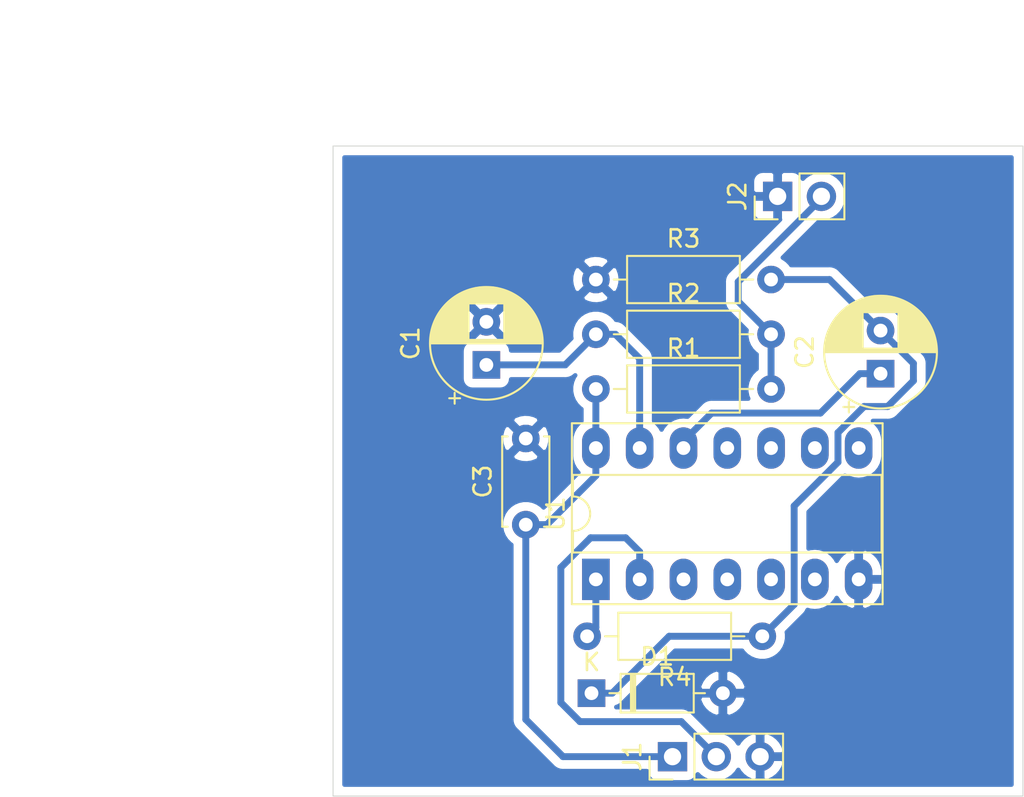
<source format=kicad_pcb>
(kicad_pcb (version 20171130) (host pcbnew "(5.1.5)-3")

  (general
    (thickness 1.6)
    (drawings 6)
    (tracks 49)
    (zones 0)
    (modules 11)
    (nets 9)
  )

  (page A4)
  (layers
    (0 F.Cu signal)
    (31 B.Cu signal)
    (32 B.Adhes user)
    (33 F.Adhes user)
    (34 B.Paste user)
    (35 F.Paste user)
    (36 B.SilkS user)
    (37 F.SilkS user)
    (38 B.Mask user)
    (39 F.Mask user)
    (40 Dwgs.User user)
    (41 Cmts.User user)
    (42 Eco1.User user)
    (43 Eco2.User user)
    (44 Edge.Cuts user)
    (45 Margin user)
    (46 B.CrtYd user)
    (47 F.CrtYd user)
    (48 B.Fab user)
    (49 F.Fab user)
  )

  (setup
    (last_trace_width 0.4)
    (user_trace_width 0.35)
    (user_trace_width 0.4)
    (trace_clearance 0.2)
    (zone_clearance 0.508)
    (zone_45_only no)
    (trace_min 0.2)
    (via_size 0.8)
    (via_drill 0.4)
    (via_min_size 0.4)
    (via_min_drill 0.3)
    (uvia_size 0.3)
    (uvia_drill 0.1)
    (uvias_allowed no)
    (uvia_min_size 0.2)
    (uvia_min_drill 0.1)
    (edge_width 0.05)
    (segment_width 0.2)
    (pcb_text_width 0.3)
    (pcb_text_size 1.5 1.5)
    (mod_edge_width 0.12)
    (mod_text_size 1 1)
    (mod_text_width 0.15)
    (pad_size 1.524 1.524)
    (pad_drill 0.762)
    (pad_to_mask_clearance 0.051)
    (solder_mask_min_width 0.25)
    (aux_axis_origin 0 0)
    (visible_elements FFFFFF7F)
    (pcbplotparams
      (layerselection 0x010fc_ffffffff)
      (usegerberextensions false)
      (usegerberattributes false)
      (usegerberadvancedattributes false)
      (creategerberjobfile false)
      (excludeedgelayer true)
      (linewidth 0.100000)
      (plotframeref false)
      (viasonmask false)
      (mode 1)
      (useauxorigin false)
      (hpglpennumber 1)
      (hpglpenspeed 20)
      (hpglpendiameter 15.000000)
      (psnegative false)
      (psa4output false)
      (plotreference true)
      (plotvalue true)
      (plotinvisibletext false)
      (padsonsilk false)
      (subtractmaskfromsilk false)
      (outputformat 1)
      (mirror false)
      (drillshape 1)
      (scaleselection 1)
      (outputdirectory ""))
  )

  (net 0 "")
  (net 1 "Net-(C1-Pad1)")
  (net 2 "Net-(C2-Pad2)")
  (net 3 "Net-(C2-Pad1)")
  (net 4 "Net-(J1-Pad2)")
  (net 5 "Net-(J2-Pad2)")
  (net 6 "Net-(R4-Pad2)")
  (net 7 /GND)
  (net 8 /5V)

  (net_class Default "This is the default net class."
    (clearance 0.2)
    (trace_width 0.25)
    (via_dia 0.8)
    (via_drill 0.4)
    (uvia_dia 0.3)
    (uvia_drill 0.1)
    (add_net /5V)
    (add_net /GND)
    (add_net "Net-(C1-Pad1)")
    (add_net "Net-(C2-Pad1)")
    (add_net "Net-(C2-Pad2)")
    (add_net "Net-(J1-Pad2)")
    (add_net "Net-(J2-Pad2)")
    (add_net "Net-(R4-Pad2)")
  )

  (module Package_DIP:DIP-14_W7.62mm_Socket_LongPads (layer F.Cu) (tedit 5A02E8C5) (tstamp 60A07891)
    (at 144.399 113.411 90)
    (descr "14-lead though-hole mounted DIP package, row spacing 7.62 mm (300 mils), Socket, LongPads")
    (tags "THT DIP DIL PDIP 2.54mm 7.62mm 300mil Socket LongPads")
    (path /60A067B2)
    (fp_text reference U1 (at 3.81 -2.33 90) (layer F.SilkS)
      (effects (font (size 1 1) (thickness 0.15)))
    )
    (fp_text value 74HC14 (at 3.81 17.57 90) (layer F.Fab)
      (effects (font (size 1 1) (thickness 0.15)))
    )
    (fp_text user %R (at 3.81 7.62 90) (layer F.Fab)
      (effects (font (size 1 1) (thickness 0.15)))
    )
    (fp_line (start 9.15 -1.6) (end -1.55 -1.6) (layer F.CrtYd) (width 0.05))
    (fp_line (start 9.15 16.85) (end 9.15 -1.6) (layer F.CrtYd) (width 0.05))
    (fp_line (start -1.55 16.85) (end 9.15 16.85) (layer F.CrtYd) (width 0.05))
    (fp_line (start -1.55 -1.6) (end -1.55 16.85) (layer F.CrtYd) (width 0.05))
    (fp_line (start 9.06 -1.39) (end -1.44 -1.39) (layer F.SilkS) (width 0.12))
    (fp_line (start 9.06 16.63) (end 9.06 -1.39) (layer F.SilkS) (width 0.12))
    (fp_line (start -1.44 16.63) (end 9.06 16.63) (layer F.SilkS) (width 0.12))
    (fp_line (start -1.44 -1.39) (end -1.44 16.63) (layer F.SilkS) (width 0.12))
    (fp_line (start 6.06 -1.33) (end 4.81 -1.33) (layer F.SilkS) (width 0.12))
    (fp_line (start 6.06 16.57) (end 6.06 -1.33) (layer F.SilkS) (width 0.12))
    (fp_line (start 1.56 16.57) (end 6.06 16.57) (layer F.SilkS) (width 0.12))
    (fp_line (start 1.56 -1.33) (end 1.56 16.57) (layer F.SilkS) (width 0.12))
    (fp_line (start 2.81 -1.33) (end 1.56 -1.33) (layer F.SilkS) (width 0.12))
    (fp_line (start 8.89 -1.33) (end -1.27 -1.33) (layer F.Fab) (width 0.1))
    (fp_line (start 8.89 16.57) (end 8.89 -1.33) (layer F.Fab) (width 0.1))
    (fp_line (start -1.27 16.57) (end 8.89 16.57) (layer F.Fab) (width 0.1))
    (fp_line (start -1.27 -1.33) (end -1.27 16.57) (layer F.Fab) (width 0.1))
    (fp_line (start 0.635 -0.27) (end 1.635 -1.27) (layer F.Fab) (width 0.1))
    (fp_line (start 0.635 16.51) (end 0.635 -0.27) (layer F.Fab) (width 0.1))
    (fp_line (start 6.985 16.51) (end 0.635 16.51) (layer F.Fab) (width 0.1))
    (fp_line (start 6.985 -1.27) (end 6.985 16.51) (layer F.Fab) (width 0.1))
    (fp_line (start 1.635 -1.27) (end 6.985 -1.27) (layer F.Fab) (width 0.1))
    (fp_arc (start 3.81 -1.33) (end 2.81 -1.33) (angle -180) (layer F.SilkS) (width 0.12))
    (pad 14 thru_hole oval (at 7.62 0 90) (size 2.4 1.6) (drill 0.8) (layers *.Cu *.Mask)
      (net 8 /5V))
    (pad 7 thru_hole oval (at 0 15.24 90) (size 2.4 1.6) (drill 0.8) (layers *.Cu *.Mask)
      (net 7 /GND))
    (pad 13 thru_hole oval (at 7.62 2.54 90) (size 2.4 1.6) (drill 0.8) (layers *.Cu *.Mask)
      (net 1 "Net-(C1-Pad1)"))
    (pad 6 thru_hole oval (at 0 12.7 90) (size 2.4 1.6) (drill 0.8) (layers *.Cu *.Mask))
    (pad 12 thru_hole oval (at 7.62 5.08 90) (size 2.4 1.6) (drill 0.8) (layers *.Cu *.Mask)
      (net 3 "Net-(C2-Pad1)"))
    (pad 5 thru_hole oval (at 0 10.16 90) (size 2.4 1.6) (drill 0.8) (layers *.Cu *.Mask))
    (pad 11 thru_hole oval (at 7.62 7.62 90) (size 2.4 1.6) (drill 0.8) (layers *.Cu *.Mask))
    (pad 4 thru_hole oval (at 0 7.62 90) (size 2.4 1.6) (drill 0.8) (layers *.Cu *.Mask))
    (pad 10 thru_hole oval (at 7.62 10.16 90) (size 2.4 1.6) (drill 0.8) (layers *.Cu *.Mask))
    (pad 3 thru_hole oval (at 0 5.08 90) (size 2.4 1.6) (drill 0.8) (layers *.Cu *.Mask))
    (pad 9 thru_hole oval (at 7.62 12.7 90) (size 2.4 1.6) (drill 0.8) (layers *.Cu *.Mask))
    (pad 2 thru_hole oval (at 0 2.54 90) (size 2.4 1.6) (drill 0.8) (layers *.Cu *.Mask)
      (net 4 "Net-(J1-Pad2)"))
    (pad 8 thru_hole oval (at 7.62 15.24 90) (size 2.4 1.6) (drill 0.8) (layers *.Cu *.Mask))
    (pad 1 thru_hole rect (at 0 0 90) (size 2.4 1.6) (drill 0.8) (layers *.Cu *.Mask)
      (net 6 "Net-(R4-Pad2)"))
    (model ${KISYS3DMOD}/Package_DIP.3dshapes/DIP-14_W7.62mm_Socket.wrl
      (at (xyz 0 0 0))
      (scale (xyz 1 1 1))
      (rotate (xyz 0 0 0))
    )
  )

  (module Resistor_THT:R_Axial_DIN0207_L6.3mm_D2.5mm_P10.16mm_Horizontal (layer F.Cu) (tedit 5AE5139B) (tstamp 60A0A264)
    (at 154.051 116.713 180)
    (descr "Resistor, Axial_DIN0207 series, Axial, Horizontal, pin pitch=10.16mm, 0.25W = 1/4W, length*diameter=6.3*2.5mm^2, http://cdn-reichelt.de/documents/datenblatt/B400/1_4W%23YAG.pdf")
    (tags "Resistor Axial_DIN0207 series Axial Horizontal pin pitch 10.16mm 0.25W = 1/4W length 6.3mm diameter 2.5mm")
    (path /60A10EC9)
    (fp_text reference R4 (at 5.08 -2.37) (layer F.SilkS)
      (effects (font (size 1 1) (thickness 0.15)))
    )
    (fp_text value 1K (at 5.08 2.37) (layer F.Fab)
      (effects (font (size 1 1) (thickness 0.15)))
    )
    (fp_text user %R (at 5.08 0) (layer F.Fab)
      (effects (font (size 1 1) (thickness 0.15)))
    )
    (fp_line (start 11.21 -1.5) (end -1.05 -1.5) (layer F.CrtYd) (width 0.05))
    (fp_line (start 11.21 1.5) (end 11.21 -1.5) (layer F.CrtYd) (width 0.05))
    (fp_line (start -1.05 1.5) (end 11.21 1.5) (layer F.CrtYd) (width 0.05))
    (fp_line (start -1.05 -1.5) (end -1.05 1.5) (layer F.CrtYd) (width 0.05))
    (fp_line (start 9.12 0) (end 8.35 0) (layer F.SilkS) (width 0.12))
    (fp_line (start 1.04 0) (end 1.81 0) (layer F.SilkS) (width 0.12))
    (fp_line (start 8.35 -1.37) (end 1.81 -1.37) (layer F.SilkS) (width 0.12))
    (fp_line (start 8.35 1.37) (end 8.35 -1.37) (layer F.SilkS) (width 0.12))
    (fp_line (start 1.81 1.37) (end 8.35 1.37) (layer F.SilkS) (width 0.12))
    (fp_line (start 1.81 -1.37) (end 1.81 1.37) (layer F.SilkS) (width 0.12))
    (fp_line (start 10.16 0) (end 8.23 0) (layer F.Fab) (width 0.1))
    (fp_line (start 0 0) (end 1.93 0) (layer F.Fab) (width 0.1))
    (fp_line (start 8.23 -1.25) (end 1.93 -1.25) (layer F.Fab) (width 0.1))
    (fp_line (start 8.23 1.25) (end 8.23 -1.25) (layer F.Fab) (width 0.1))
    (fp_line (start 1.93 1.25) (end 8.23 1.25) (layer F.Fab) (width 0.1))
    (fp_line (start 1.93 -1.25) (end 1.93 1.25) (layer F.Fab) (width 0.1))
    (pad 2 thru_hole oval (at 10.16 0 180) (size 1.6 1.6) (drill 0.8) (layers *.Cu *.Mask)
      (net 6 "Net-(R4-Pad2)"))
    (pad 1 thru_hole circle (at 0 0 180) (size 1.6 1.6) (drill 0.8) (layers *.Cu *.Mask)
      (net 2 "Net-(C2-Pad2)"))
    (model ${KISYS3DMOD}/Resistor_THT.3dshapes/R_Axial_DIN0207_L6.3mm_D2.5mm_P10.16mm_Horizontal.wrl
      (at (xyz 0 0 0))
      (scale (xyz 1 1 1))
      (rotate (xyz 0 0 0))
    )
  )

  (module Resistor_THT:R_Axial_DIN0207_L6.3mm_D2.5mm_P10.16mm_Horizontal (layer F.Cu) (tedit 5AE5139B) (tstamp 60A07850)
    (at 144.399 96.012)
    (descr "Resistor, Axial_DIN0207 series, Axial, Horizontal, pin pitch=10.16mm, 0.25W = 1/4W, length*diameter=6.3*2.5mm^2, http://cdn-reichelt.de/documents/datenblatt/B400/1_4W%23YAG.pdf")
    (tags "Resistor Axial_DIN0207 series Axial Horizontal pin pitch 10.16mm 0.25W = 1/4W length 6.3mm diameter 2.5mm")
    (path /60A101AE)
    (fp_text reference R3 (at 5.08 -2.37) (layer F.SilkS)
      (effects (font (size 1 1) (thickness 0.15)))
    )
    (fp_text value 82K (at 5.08 2.37) (layer F.Fab)
      (effects (font (size 1 1) (thickness 0.15)))
    )
    (fp_text user %R (at 5.08 0) (layer F.Fab)
      (effects (font (size 1 1) (thickness 0.15)))
    )
    (fp_line (start 11.21 -1.5) (end -1.05 -1.5) (layer F.CrtYd) (width 0.05))
    (fp_line (start 11.21 1.5) (end 11.21 -1.5) (layer F.CrtYd) (width 0.05))
    (fp_line (start -1.05 1.5) (end 11.21 1.5) (layer F.CrtYd) (width 0.05))
    (fp_line (start -1.05 -1.5) (end -1.05 1.5) (layer F.CrtYd) (width 0.05))
    (fp_line (start 9.12 0) (end 8.35 0) (layer F.SilkS) (width 0.12))
    (fp_line (start 1.04 0) (end 1.81 0) (layer F.SilkS) (width 0.12))
    (fp_line (start 8.35 -1.37) (end 1.81 -1.37) (layer F.SilkS) (width 0.12))
    (fp_line (start 8.35 1.37) (end 8.35 -1.37) (layer F.SilkS) (width 0.12))
    (fp_line (start 1.81 1.37) (end 8.35 1.37) (layer F.SilkS) (width 0.12))
    (fp_line (start 1.81 -1.37) (end 1.81 1.37) (layer F.SilkS) (width 0.12))
    (fp_line (start 10.16 0) (end 8.23 0) (layer F.Fab) (width 0.1))
    (fp_line (start 0 0) (end 1.93 0) (layer F.Fab) (width 0.1))
    (fp_line (start 8.23 -1.25) (end 1.93 -1.25) (layer F.Fab) (width 0.1))
    (fp_line (start 8.23 1.25) (end 8.23 -1.25) (layer F.Fab) (width 0.1))
    (fp_line (start 1.93 1.25) (end 8.23 1.25) (layer F.Fab) (width 0.1))
    (fp_line (start 1.93 -1.25) (end 1.93 1.25) (layer F.Fab) (width 0.1))
    (pad 2 thru_hole oval (at 10.16 0) (size 1.6 1.6) (drill 0.8) (layers *.Cu *.Mask)
      (net 2 "Net-(C2-Pad2)"))
    (pad 1 thru_hole circle (at 0 0) (size 1.6 1.6) (drill 0.8) (layers *.Cu *.Mask)
      (net 7 /GND))
    (model ${KISYS3DMOD}/Resistor_THT.3dshapes/R_Axial_DIN0207_L6.3mm_D2.5mm_P10.16mm_Horizontal.wrl
      (at (xyz 0 0 0))
      (scale (xyz 1 1 1))
      (rotate (xyz 0 0 0))
    )
  )

  (module Resistor_THT:R_Axial_DIN0207_L6.3mm_D2.5mm_P10.16mm_Horizontal (layer F.Cu) (tedit 5AE5139B) (tstamp 60A0B82F)
    (at 144.399 99.187)
    (descr "Resistor, Axial_DIN0207 series, Axial, Horizontal, pin pitch=10.16mm, 0.25W = 1/4W, length*diameter=6.3*2.5mm^2, http://cdn-reichelt.de/documents/datenblatt/B400/1_4W%23YAG.pdf")
    (tags "Resistor Axial_DIN0207 series Axial Horizontal pin pitch 10.16mm 0.25W = 1/4W length 6.3mm diameter 2.5mm")
    (path /60A0F897)
    (fp_text reference R2 (at 5.08 -2.37) (layer F.SilkS)
      (effects (font (size 1 1) (thickness 0.15)))
    )
    (fp_text value 47K (at 5.08 2.37) (layer F.Fab)
      (effects (font (size 1 1) (thickness 0.15)))
    )
    (fp_text user %R (at 5.08 0) (layer F.Fab)
      (effects (font (size 1 1) (thickness 0.15)))
    )
    (fp_line (start 11.21 -1.5) (end -1.05 -1.5) (layer F.CrtYd) (width 0.05))
    (fp_line (start 11.21 1.5) (end 11.21 -1.5) (layer F.CrtYd) (width 0.05))
    (fp_line (start -1.05 1.5) (end 11.21 1.5) (layer F.CrtYd) (width 0.05))
    (fp_line (start -1.05 -1.5) (end -1.05 1.5) (layer F.CrtYd) (width 0.05))
    (fp_line (start 9.12 0) (end 8.35 0) (layer F.SilkS) (width 0.12))
    (fp_line (start 1.04 0) (end 1.81 0) (layer F.SilkS) (width 0.12))
    (fp_line (start 8.35 -1.37) (end 1.81 -1.37) (layer F.SilkS) (width 0.12))
    (fp_line (start 8.35 1.37) (end 8.35 -1.37) (layer F.SilkS) (width 0.12))
    (fp_line (start 1.81 1.37) (end 8.35 1.37) (layer F.SilkS) (width 0.12))
    (fp_line (start 1.81 -1.37) (end 1.81 1.37) (layer F.SilkS) (width 0.12))
    (fp_line (start 10.16 0) (end 8.23 0) (layer F.Fab) (width 0.1))
    (fp_line (start 0 0) (end 1.93 0) (layer F.Fab) (width 0.1))
    (fp_line (start 8.23 -1.25) (end 1.93 -1.25) (layer F.Fab) (width 0.1))
    (fp_line (start 8.23 1.25) (end 8.23 -1.25) (layer F.Fab) (width 0.1))
    (fp_line (start 1.93 1.25) (end 8.23 1.25) (layer F.Fab) (width 0.1))
    (fp_line (start 1.93 -1.25) (end 1.93 1.25) (layer F.Fab) (width 0.1))
    (pad 2 thru_hole oval (at 10.16 0) (size 1.6 1.6) (drill 0.8) (layers *.Cu *.Mask)
      (net 5 "Net-(J2-Pad2)"))
    (pad 1 thru_hole circle (at 0 0) (size 1.6 1.6) (drill 0.8) (layers *.Cu *.Mask)
      (net 1 "Net-(C1-Pad1)"))
    (model ${KISYS3DMOD}/Resistor_THT.3dshapes/R_Axial_DIN0207_L6.3mm_D2.5mm_P10.16mm_Horizontal.wrl
      (at (xyz 0 0 0))
      (scale (xyz 1 1 1))
      (rotate (xyz 0 0 0))
    )
  )

  (module Resistor_THT:R_Axial_DIN0207_L6.3mm_D2.5mm_P10.16mm_Horizontal (layer F.Cu) (tedit 5AE5139B) (tstamp 60A07822)
    (at 144.399 102.362)
    (descr "Resistor, Axial_DIN0207 series, Axial, Horizontal, pin pitch=10.16mm, 0.25W = 1/4W, length*diameter=6.3*2.5mm^2, http://cdn-reichelt.de/documents/datenblatt/B400/1_4W%23YAG.pdf")
    (tags "Resistor Axial_DIN0207 series Axial Horizontal pin pitch 10.16mm 0.25W = 1/4W length 6.3mm diameter 2.5mm")
    (path /60A0F483)
    (fp_text reference R1 (at 5.08 -2.37) (layer F.SilkS)
      (effects (font (size 1 1) (thickness 0.15)))
    )
    (fp_text value 10k (at 5.08 2.37) (layer F.Fab)
      (effects (font (size 1 1) (thickness 0.15)))
    )
    (fp_text user %R (at 5.08 0) (layer F.Fab)
      (effects (font (size 1 1) (thickness 0.15)))
    )
    (fp_line (start 11.21 -1.5) (end -1.05 -1.5) (layer F.CrtYd) (width 0.05))
    (fp_line (start 11.21 1.5) (end 11.21 -1.5) (layer F.CrtYd) (width 0.05))
    (fp_line (start -1.05 1.5) (end 11.21 1.5) (layer F.CrtYd) (width 0.05))
    (fp_line (start -1.05 -1.5) (end -1.05 1.5) (layer F.CrtYd) (width 0.05))
    (fp_line (start 9.12 0) (end 8.35 0) (layer F.SilkS) (width 0.12))
    (fp_line (start 1.04 0) (end 1.81 0) (layer F.SilkS) (width 0.12))
    (fp_line (start 8.35 -1.37) (end 1.81 -1.37) (layer F.SilkS) (width 0.12))
    (fp_line (start 8.35 1.37) (end 8.35 -1.37) (layer F.SilkS) (width 0.12))
    (fp_line (start 1.81 1.37) (end 8.35 1.37) (layer F.SilkS) (width 0.12))
    (fp_line (start 1.81 -1.37) (end 1.81 1.37) (layer F.SilkS) (width 0.12))
    (fp_line (start 10.16 0) (end 8.23 0) (layer F.Fab) (width 0.1))
    (fp_line (start 0 0) (end 1.93 0) (layer F.Fab) (width 0.1))
    (fp_line (start 8.23 -1.25) (end 1.93 -1.25) (layer F.Fab) (width 0.1))
    (fp_line (start 8.23 1.25) (end 8.23 -1.25) (layer F.Fab) (width 0.1))
    (fp_line (start 1.93 1.25) (end 8.23 1.25) (layer F.Fab) (width 0.1))
    (fp_line (start 1.93 -1.25) (end 1.93 1.25) (layer F.Fab) (width 0.1))
    (pad 2 thru_hole oval (at 10.16 0) (size 1.6 1.6) (drill 0.8) (layers *.Cu *.Mask)
      (net 5 "Net-(J2-Pad2)"))
    (pad 1 thru_hole circle (at 0 0) (size 1.6 1.6) (drill 0.8) (layers *.Cu *.Mask)
      (net 8 /5V))
    (model ${KISYS3DMOD}/Resistor_THT.3dshapes/R_Axial_DIN0207_L6.3mm_D2.5mm_P10.16mm_Horizontal.wrl
      (at (xyz 0 0 0))
      (scale (xyz 1 1 1))
      (rotate (xyz 0 0 0))
    )
  )

  (module Connector_PinHeader_2.54mm:PinHeader_1x02_P2.54mm_Vertical (layer F.Cu) (tedit 59FED5CC) (tstamp 60A0780B)
    (at 154.94 91.186 90)
    (descr "Through hole straight pin header, 1x02, 2.54mm pitch, single row")
    (tags "Through hole pin header THT 1x02 2.54mm single row")
    (path /60A0EB6F)
    (fp_text reference J2 (at 0 -2.33 90) (layer F.SilkS)
      (effects (font (size 1 1) (thickness 0.15)))
    )
    (fp_text value Switch (at 0 4.87 90) (layer F.Fab)
      (effects (font (size 1 1) (thickness 0.15)))
    )
    (fp_text user %R (at 0 1.27) (layer F.Fab)
      (effects (font (size 1 1) (thickness 0.15)))
    )
    (fp_line (start 1.8 -1.8) (end -1.8 -1.8) (layer F.CrtYd) (width 0.05))
    (fp_line (start 1.8 4.35) (end 1.8 -1.8) (layer F.CrtYd) (width 0.05))
    (fp_line (start -1.8 4.35) (end 1.8 4.35) (layer F.CrtYd) (width 0.05))
    (fp_line (start -1.8 -1.8) (end -1.8 4.35) (layer F.CrtYd) (width 0.05))
    (fp_line (start -1.33 -1.33) (end 0 -1.33) (layer F.SilkS) (width 0.12))
    (fp_line (start -1.33 0) (end -1.33 -1.33) (layer F.SilkS) (width 0.12))
    (fp_line (start -1.33 1.27) (end 1.33 1.27) (layer F.SilkS) (width 0.12))
    (fp_line (start 1.33 1.27) (end 1.33 3.87) (layer F.SilkS) (width 0.12))
    (fp_line (start -1.33 1.27) (end -1.33 3.87) (layer F.SilkS) (width 0.12))
    (fp_line (start -1.33 3.87) (end 1.33 3.87) (layer F.SilkS) (width 0.12))
    (fp_line (start -1.27 -0.635) (end -0.635 -1.27) (layer F.Fab) (width 0.1))
    (fp_line (start -1.27 3.81) (end -1.27 -0.635) (layer F.Fab) (width 0.1))
    (fp_line (start 1.27 3.81) (end -1.27 3.81) (layer F.Fab) (width 0.1))
    (fp_line (start 1.27 -1.27) (end 1.27 3.81) (layer F.Fab) (width 0.1))
    (fp_line (start -0.635 -1.27) (end 1.27 -1.27) (layer F.Fab) (width 0.1))
    (pad 2 thru_hole oval (at 0 2.54 90) (size 1.7 1.7) (drill 1) (layers *.Cu *.Mask)
      (net 5 "Net-(J2-Pad2)"))
    (pad 1 thru_hole rect (at 0 0 90) (size 1.7 1.7) (drill 1) (layers *.Cu *.Mask)
      (net 7 /GND))
    (model ${KISYS3DMOD}/Connector_PinHeader_2.54mm.3dshapes/PinHeader_1x02_P2.54mm_Vertical.wrl
      (at (xyz 0 0 0))
      (scale (xyz 1 1 1))
      (rotate (xyz 0 0 0))
    )
  )

  (module Connector_PinHeader_2.54mm:PinHeader_1x03_P2.54mm_Vertical (layer F.Cu) (tedit 59FED5CC) (tstamp 60A077F5)
    (at 148.844 123.698 90)
    (descr "Through hole straight pin header, 1x03, 2.54mm pitch, single row")
    (tags "Through hole pin header THT 1x03 2.54mm single row")
    (path /60A0A3EA)
    (fp_text reference J1 (at 0 -2.33 90) (layer F.SilkS)
      (effects (font (size 1 1) (thickness 0.15)))
    )
    (fp_text value ~Reset (at 0 7.41 90) (layer F.Fab)
      (effects (font (size 1 1) (thickness 0.15)))
    )
    (fp_text user %R (at 0 2.54) (layer F.Fab)
      (effects (font (size 1 1) (thickness 0.15)))
    )
    (fp_line (start 1.8 -1.8) (end -1.8 -1.8) (layer F.CrtYd) (width 0.05))
    (fp_line (start 1.8 6.85) (end 1.8 -1.8) (layer F.CrtYd) (width 0.05))
    (fp_line (start -1.8 6.85) (end 1.8 6.85) (layer F.CrtYd) (width 0.05))
    (fp_line (start -1.8 -1.8) (end -1.8 6.85) (layer F.CrtYd) (width 0.05))
    (fp_line (start -1.33 -1.33) (end 0 -1.33) (layer F.SilkS) (width 0.12))
    (fp_line (start -1.33 0) (end -1.33 -1.33) (layer F.SilkS) (width 0.12))
    (fp_line (start -1.33 1.27) (end 1.33 1.27) (layer F.SilkS) (width 0.12))
    (fp_line (start 1.33 1.27) (end 1.33 6.41) (layer F.SilkS) (width 0.12))
    (fp_line (start -1.33 1.27) (end -1.33 6.41) (layer F.SilkS) (width 0.12))
    (fp_line (start -1.33 6.41) (end 1.33 6.41) (layer F.SilkS) (width 0.12))
    (fp_line (start -1.27 -0.635) (end -0.635 -1.27) (layer F.Fab) (width 0.1))
    (fp_line (start -1.27 6.35) (end -1.27 -0.635) (layer F.Fab) (width 0.1))
    (fp_line (start 1.27 6.35) (end -1.27 6.35) (layer F.Fab) (width 0.1))
    (fp_line (start 1.27 -1.27) (end 1.27 6.35) (layer F.Fab) (width 0.1))
    (fp_line (start -0.635 -1.27) (end 1.27 -1.27) (layer F.Fab) (width 0.1))
    (pad 3 thru_hole oval (at 0 5.08 90) (size 1.7 1.7) (drill 1) (layers *.Cu *.Mask)
      (net 7 /GND))
    (pad 2 thru_hole oval (at 0 2.54 90) (size 1.7 1.7) (drill 1) (layers *.Cu *.Mask)
      (net 4 "Net-(J1-Pad2)"))
    (pad 1 thru_hole rect (at 0 0 90) (size 1.7 1.7) (drill 1) (layers *.Cu *.Mask)
      (net 8 /5V))
    (model ${KISYS3DMOD}/Connector_PinHeader_2.54mm.3dshapes/PinHeader_1x03_P2.54mm_Vertical.wrl
      (at (xyz 0 0 0))
      (scale (xyz 1 1 1))
      (rotate (xyz 0 0 0))
    )
  )

  (module Diode_THT:D_DO-35_SOD27_P7.62mm_Horizontal (layer F.Cu) (tedit 5AE50CD5) (tstamp 60A077DE)
    (at 144.145 120.015)
    (descr "Diode, DO-35_SOD27 series, Axial, Horizontal, pin pitch=7.62mm, , length*diameter=4*2mm^2, , http://www.diodes.com/_files/packages/DO-35.pdf")
    (tags "Diode DO-35_SOD27 series Axial Horizontal pin pitch 7.62mm  length 4mm diameter 2mm")
    (path /60A11972)
    (fp_text reference D1 (at 3.81 -2.12) (layer F.SilkS)
      (effects (font (size 1 1) (thickness 0.15)))
    )
    (fp_text value 1N914 (at 3.81 2.12) (layer F.Fab)
      (effects (font (size 1 1) (thickness 0.15)))
    )
    (fp_text user K (at 0 -1.8) (layer F.SilkS)
      (effects (font (size 1 1) (thickness 0.15)))
    )
    (fp_text user K (at 0 -1.8) (layer F.Fab)
      (effects (font (size 1 1) (thickness 0.15)))
    )
    (fp_text user %R (at 4.11 0) (layer F.Fab)
      (effects (font (size 0.8 0.8) (thickness 0.12)))
    )
    (fp_line (start 8.67 -1.25) (end -1.05 -1.25) (layer F.CrtYd) (width 0.05))
    (fp_line (start 8.67 1.25) (end 8.67 -1.25) (layer F.CrtYd) (width 0.05))
    (fp_line (start -1.05 1.25) (end 8.67 1.25) (layer F.CrtYd) (width 0.05))
    (fp_line (start -1.05 -1.25) (end -1.05 1.25) (layer F.CrtYd) (width 0.05))
    (fp_line (start 2.29 -1.12) (end 2.29 1.12) (layer F.SilkS) (width 0.12))
    (fp_line (start 2.53 -1.12) (end 2.53 1.12) (layer F.SilkS) (width 0.12))
    (fp_line (start 2.41 -1.12) (end 2.41 1.12) (layer F.SilkS) (width 0.12))
    (fp_line (start 6.58 0) (end 5.93 0) (layer F.SilkS) (width 0.12))
    (fp_line (start 1.04 0) (end 1.69 0) (layer F.SilkS) (width 0.12))
    (fp_line (start 5.93 -1.12) (end 1.69 -1.12) (layer F.SilkS) (width 0.12))
    (fp_line (start 5.93 1.12) (end 5.93 -1.12) (layer F.SilkS) (width 0.12))
    (fp_line (start 1.69 1.12) (end 5.93 1.12) (layer F.SilkS) (width 0.12))
    (fp_line (start 1.69 -1.12) (end 1.69 1.12) (layer F.SilkS) (width 0.12))
    (fp_line (start 2.31 -1) (end 2.31 1) (layer F.Fab) (width 0.1))
    (fp_line (start 2.51 -1) (end 2.51 1) (layer F.Fab) (width 0.1))
    (fp_line (start 2.41 -1) (end 2.41 1) (layer F.Fab) (width 0.1))
    (fp_line (start 7.62 0) (end 5.81 0) (layer F.Fab) (width 0.1))
    (fp_line (start 0 0) (end 1.81 0) (layer F.Fab) (width 0.1))
    (fp_line (start 5.81 -1) (end 1.81 -1) (layer F.Fab) (width 0.1))
    (fp_line (start 5.81 1) (end 5.81 -1) (layer F.Fab) (width 0.1))
    (fp_line (start 1.81 1) (end 5.81 1) (layer F.Fab) (width 0.1))
    (fp_line (start 1.81 -1) (end 1.81 1) (layer F.Fab) (width 0.1))
    (pad 2 thru_hole oval (at 7.62 0) (size 1.6 1.6) (drill 0.8) (layers *.Cu *.Mask)
      (net 7 /GND))
    (pad 1 thru_hole rect (at 0 0) (size 1.6 1.6) (drill 0.8) (layers *.Cu *.Mask)
      (net 2 "Net-(C2-Pad2)"))
    (model ${KISYS3DMOD}/Diode_THT.3dshapes/D_DO-35_SOD27_P7.62mm_Horizontal.wrl
      (at (xyz 0 0 0))
      (scale (xyz 1 1 1))
      (rotate (xyz 0 0 0))
    )
  )

  (module Capacitor_THT:C_Disc_D5.0mm_W2.5mm_P5.00mm (layer F.Cu) (tedit 5AE50EF0) (tstamp 60A077BF)
    (at 140.335 110.236 90)
    (descr "C, Disc series, Radial, pin pitch=5.00mm, , diameter*width=5*2.5mm^2, Capacitor, http://cdn-reichelt.de/documents/datenblatt/B300/DS_KERKO_TC.pdf")
    (tags "C Disc series Radial pin pitch 5.00mm  diameter 5mm width 2.5mm Capacitor")
    (path /60A0751D)
    (fp_text reference C3 (at 2.5 -2.5 90) (layer F.SilkS)
      (effects (font (size 1 1) (thickness 0.15)))
    )
    (fp_text value 100n (at 2.5 2.5 90) (layer F.Fab)
      (effects (font (size 1 1) (thickness 0.15)))
    )
    (fp_text user %R (at 2.5 0 90) (layer F.Fab)
      (effects (font (size 1 1) (thickness 0.15)))
    )
    (fp_line (start 6.05 -1.5) (end -1.05 -1.5) (layer F.CrtYd) (width 0.05))
    (fp_line (start 6.05 1.5) (end 6.05 -1.5) (layer F.CrtYd) (width 0.05))
    (fp_line (start -1.05 1.5) (end 6.05 1.5) (layer F.CrtYd) (width 0.05))
    (fp_line (start -1.05 -1.5) (end -1.05 1.5) (layer F.CrtYd) (width 0.05))
    (fp_line (start 5.12 1.055) (end 5.12 1.37) (layer F.SilkS) (width 0.12))
    (fp_line (start 5.12 -1.37) (end 5.12 -1.055) (layer F.SilkS) (width 0.12))
    (fp_line (start -0.12 1.055) (end -0.12 1.37) (layer F.SilkS) (width 0.12))
    (fp_line (start -0.12 -1.37) (end -0.12 -1.055) (layer F.SilkS) (width 0.12))
    (fp_line (start -0.12 1.37) (end 5.12 1.37) (layer F.SilkS) (width 0.12))
    (fp_line (start -0.12 -1.37) (end 5.12 -1.37) (layer F.SilkS) (width 0.12))
    (fp_line (start 5 -1.25) (end 0 -1.25) (layer F.Fab) (width 0.1))
    (fp_line (start 5 1.25) (end 5 -1.25) (layer F.Fab) (width 0.1))
    (fp_line (start 0 1.25) (end 5 1.25) (layer F.Fab) (width 0.1))
    (fp_line (start 0 -1.25) (end 0 1.25) (layer F.Fab) (width 0.1))
    (pad 2 thru_hole circle (at 5 0 90) (size 1.6 1.6) (drill 0.8) (layers *.Cu *.Mask)
      (net 7 /GND))
    (pad 1 thru_hole circle (at 0 0 90) (size 1.6 1.6) (drill 0.8) (layers *.Cu *.Mask)
      (net 8 /5V))
    (model ${KISYS3DMOD}/Capacitor_THT.3dshapes/C_Disc_D5.0mm_W2.5mm_P5.00mm.wrl
      (at (xyz 0 0 0))
      (scale (xyz 1 1 1))
      (rotate (xyz 0 0 0))
    )
  )

  (module Capacitor_THT:CP_Radial_D6.3mm_P2.50mm (layer F.Cu) (tedit 5AE50EF0) (tstamp 60A077AA)
    (at 160.909 101.473 90)
    (descr "CP, Radial series, Radial, pin pitch=2.50mm, , diameter=6.3mm, Electrolytic Capacitor")
    (tags "CP Radial series Radial pin pitch 2.50mm  diameter 6.3mm Electrolytic Capacitor")
    (path /60A18874)
    (fp_text reference C2 (at 1.25 -4.4 90) (layer F.SilkS)
      (effects (font (size 1 1) (thickness 0.15)))
    )
    (fp_text value 1uf (at 1.25 4.4 90) (layer F.Fab)
      (effects (font (size 1 1) (thickness 0.15)))
    )
    (fp_text user %R (at 1.25 0 90) (layer F.Fab)
      (effects (font (size 1 1) (thickness 0.15)))
    )
    (fp_line (start -1.935241 -2.154) (end -1.935241 -1.524) (layer F.SilkS) (width 0.12))
    (fp_line (start -2.250241 -1.839) (end -1.620241 -1.839) (layer F.SilkS) (width 0.12))
    (fp_line (start 4.491 -0.402) (end 4.491 0.402) (layer F.SilkS) (width 0.12))
    (fp_line (start 4.451 -0.633) (end 4.451 0.633) (layer F.SilkS) (width 0.12))
    (fp_line (start 4.411 -0.802) (end 4.411 0.802) (layer F.SilkS) (width 0.12))
    (fp_line (start 4.371 -0.94) (end 4.371 0.94) (layer F.SilkS) (width 0.12))
    (fp_line (start 4.331 -1.059) (end 4.331 1.059) (layer F.SilkS) (width 0.12))
    (fp_line (start 4.291 -1.165) (end 4.291 1.165) (layer F.SilkS) (width 0.12))
    (fp_line (start 4.251 -1.262) (end 4.251 1.262) (layer F.SilkS) (width 0.12))
    (fp_line (start 4.211 -1.35) (end 4.211 1.35) (layer F.SilkS) (width 0.12))
    (fp_line (start 4.171 -1.432) (end 4.171 1.432) (layer F.SilkS) (width 0.12))
    (fp_line (start 4.131 -1.509) (end 4.131 1.509) (layer F.SilkS) (width 0.12))
    (fp_line (start 4.091 -1.581) (end 4.091 1.581) (layer F.SilkS) (width 0.12))
    (fp_line (start 4.051 -1.65) (end 4.051 1.65) (layer F.SilkS) (width 0.12))
    (fp_line (start 4.011 -1.714) (end 4.011 1.714) (layer F.SilkS) (width 0.12))
    (fp_line (start 3.971 -1.776) (end 3.971 1.776) (layer F.SilkS) (width 0.12))
    (fp_line (start 3.931 -1.834) (end 3.931 1.834) (layer F.SilkS) (width 0.12))
    (fp_line (start 3.891 -1.89) (end 3.891 1.89) (layer F.SilkS) (width 0.12))
    (fp_line (start 3.851 -1.944) (end 3.851 1.944) (layer F.SilkS) (width 0.12))
    (fp_line (start 3.811 -1.995) (end 3.811 1.995) (layer F.SilkS) (width 0.12))
    (fp_line (start 3.771 -2.044) (end 3.771 2.044) (layer F.SilkS) (width 0.12))
    (fp_line (start 3.731 -2.092) (end 3.731 2.092) (layer F.SilkS) (width 0.12))
    (fp_line (start 3.691 -2.137) (end 3.691 2.137) (layer F.SilkS) (width 0.12))
    (fp_line (start 3.651 -2.182) (end 3.651 2.182) (layer F.SilkS) (width 0.12))
    (fp_line (start 3.611 -2.224) (end 3.611 2.224) (layer F.SilkS) (width 0.12))
    (fp_line (start 3.571 -2.265) (end 3.571 2.265) (layer F.SilkS) (width 0.12))
    (fp_line (start 3.531 1.04) (end 3.531 2.305) (layer F.SilkS) (width 0.12))
    (fp_line (start 3.531 -2.305) (end 3.531 -1.04) (layer F.SilkS) (width 0.12))
    (fp_line (start 3.491 1.04) (end 3.491 2.343) (layer F.SilkS) (width 0.12))
    (fp_line (start 3.491 -2.343) (end 3.491 -1.04) (layer F.SilkS) (width 0.12))
    (fp_line (start 3.451 1.04) (end 3.451 2.38) (layer F.SilkS) (width 0.12))
    (fp_line (start 3.451 -2.38) (end 3.451 -1.04) (layer F.SilkS) (width 0.12))
    (fp_line (start 3.411 1.04) (end 3.411 2.416) (layer F.SilkS) (width 0.12))
    (fp_line (start 3.411 -2.416) (end 3.411 -1.04) (layer F.SilkS) (width 0.12))
    (fp_line (start 3.371 1.04) (end 3.371 2.45) (layer F.SilkS) (width 0.12))
    (fp_line (start 3.371 -2.45) (end 3.371 -1.04) (layer F.SilkS) (width 0.12))
    (fp_line (start 3.331 1.04) (end 3.331 2.484) (layer F.SilkS) (width 0.12))
    (fp_line (start 3.331 -2.484) (end 3.331 -1.04) (layer F.SilkS) (width 0.12))
    (fp_line (start 3.291 1.04) (end 3.291 2.516) (layer F.SilkS) (width 0.12))
    (fp_line (start 3.291 -2.516) (end 3.291 -1.04) (layer F.SilkS) (width 0.12))
    (fp_line (start 3.251 1.04) (end 3.251 2.548) (layer F.SilkS) (width 0.12))
    (fp_line (start 3.251 -2.548) (end 3.251 -1.04) (layer F.SilkS) (width 0.12))
    (fp_line (start 3.211 1.04) (end 3.211 2.578) (layer F.SilkS) (width 0.12))
    (fp_line (start 3.211 -2.578) (end 3.211 -1.04) (layer F.SilkS) (width 0.12))
    (fp_line (start 3.171 1.04) (end 3.171 2.607) (layer F.SilkS) (width 0.12))
    (fp_line (start 3.171 -2.607) (end 3.171 -1.04) (layer F.SilkS) (width 0.12))
    (fp_line (start 3.131 1.04) (end 3.131 2.636) (layer F.SilkS) (width 0.12))
    (fp_line (start 3.131 -2.636) (end 3.131 -1.04) (layer F.SilkS) (width 0.12))
    (fp_line (start 3.091 1.04) (end 3.091 2.664) (layer F.SilkS) (width 0.12))
    (fp_line (start 3.091 -2.664) (end 3.091 -1.04) (layer F.SilkS) (width 0.12))
    (fp_line (start 3.051 1.04) (end 3.051 2.69) (layer F.SilkS) (width 0.12))
    (fp_line (start 3.051 -2.69) (end 3.051 -1.04) (layer F.SilkS) (width 0.12))
    (fp_line (start 3.011 1.04) (end 3.011 2.716) (layer F.SilkS) (width 0.12))
    (fp_line (start 3.011 -2.716) (end 3.011 -1.04) (layer F.SilkS) (width 0.12))
    (fp_line (start 2.971 1.04) (end 2.971 2.742) (layer F.SilkS) (width 0.12))
    (fp_line (start 2.971 -2.742) (end 2.971 -1.04) (layer F.SilkS) (width 0.12))
    (fp_line (start 2.931 1.04) (end 2.931 2.766) (layer F.SilkS) (width 0.12))
    (fp_line (start 2.931 -2.766) (end 2.931 -1.04) (layer F.SilkS) (width 0.12))
    (fp_line (start 2.891 1.04) (end 2.891 2.79) (layer F.SilkS) (width 0.12))
    (fp_line (start 2.891 -2.79) (end 2.891 -1.04) (layer F.SilkS) (width 0.12))
    (fp_line (start 2.851 1.04) (end 2.851 2.812) (layer F.SilkS) (width 0.12))
    (fp_line (start 2.851 -2.812) (end 2.851 -1.04) (layer F.SilkS) (width 0.12))
    (fp_line (start 2.811 1.04) (end 2.811 2.834) (layer F.SilkS) (width 0.12))
    (fp_line (start 2.811 -2.834) (end 2.811 -1.04) (layer F.SilkS) (width 0.12))
    (fp_line (start 2.771 1.04) (end 2.771 2.856) (layer F.SilkS) (width 0.12))
    (fp_line (start 2.771 -2.856) (end 2.771 -1.04) (layer F.SilkS) (width 0.12))
    (fp_line (start 2.731 1.04) (end 2.731 2.876) (layer F.SilkS) (width 0.12))
    (fp_line (start 2.731 -2.876) (end 2.731 -1.04) (layer F.SilkS) (width 0.12))
    (fp_line (start 2.691 1.04) (end 2.691 2.896) (layer F.SilkS) (width 0.12))
    (fp_line (start 2.691 -2.896) (end 2.691 -1.04) (layer F.SilkS) (width 0.12))
    (fp_line (start 2.651 1.04) (end 2.651 2.916) (layer F.SilkS) (width 0.12))
    (fp_line (start 2.651 -2.916) (end 2.651 -1.04) (layer F.SilkS) (width 0.12))
    (fp_line (start 2.611 1.04) (end 2.611 2.934) (layer F.SilkS) (width 0.12))
    (fp_line (start 2.611 -2.934) (end 2.611 -1.04) (layer F.SilkS) (width 0.12))
    (fp_line (start 2.571 1.04) (end 2.571 2.952) (layer F.SilkS) (width 0.12))
    (fp_line (start 2.571 -2.952) (end 2.571 -1.04) (layer F.SilkS) (width 0.12))
    (fp_line (start 2.531 1.04) (end 2.531 2.97) (layer F.SilkS) (width 0.12))
    (fp_line (start 2.531 -2.97) (end 2.531 -1.04) (layer F.SilkS) (width 0.12))
    (fp_line (start 2.491 1.04) (end 2.491 2.986) (layer F.SilkS) (width 0.12))
    (fp_line (start 2.491 -2.986) (end 2.491 -1.04) (layer F.SilkS) (width 0.12))
    (fp_line (start 2.451 1.04) (end 2.451 3.002) (layer F.SilkS) (width 0.12))
    (fp_line (start 2.451 -3.002) (end 2.451 -1.04) (layer F.SilkS) (width 0.12))
    (fp_line (start 2.411 1.04) (end 2.411 3.018) (layer F.SilkS) (width 0.12))
    (fp_line (start 2.411 -3.018) (end 2.411 -1.04) (layer F.SilkS) (width 0.12))
    (fp_line (start 2.371 1.04) (end 2.371 3.033) (layer F.SilkS) (width 0.12))
    (fp_line (start 2.371 -3.033) (end 2.371 -1.04) (layer F.SilkS) (width 0.12))
    (fp_line (start 2.331 1.04) (end 2.331 3.047) (layer F.SilkS) (width 0.12))
    (fp_line (start 2.331 -3.047) (end 2.331 -1.04) (layer F.SilkS) (width 0.12))
    (fp_line (start 2.291 1.04) (end 2.291 3.061) (layer F.SilkS) (width 0.12))
    (fp_line (start 2.291 -3.061) (end 2.291 -1.04) (layer F.SilkS) (width 0.12))
    (fp_line (start 2.251 1.04) (end 2.251 3.074) (layer F.SilkS) (width 0.12))
    (fp_line (start 2.251 -3.074) (end 2.251 -1.04) (layer F.SilkS) (width 0.12))
    (fp_line (start 2.211 1.04) (end 2.211 3.086) (layer F.SilkS) (width 0.12))
    (fp_line (start 2.211 -3.086) (end 2.211 -1.04) (layer F.SilkS) (width 0.12))
    (fp_line (start 2.171 1.04) (end 2.171 3.098) (layer F.SilkS) (width 0.12))
    (fp_line (start 2.171 -3.098) (end 2.171 -1.04) (layer F.SilkS) (width 0.12))
    (fp_line (start 2.131 1.04) (end 2.131 3.11) (layer F.SilkS) (width 0.12))
    (fp_line (start 2.131 -3.11) (end 2.131 -1.04) (layer F.SilkS) (width 0.12))
    (fp_line (start 2.091 1.04) (end 2.091 3.121) (layer F.SilkS) (width 0.12))
    (fp_line (start 2.091 -3.121) (end 2.091 -1.04) (layer F.SilkS) (width 0.12))
    (fp_line (start 2.051 1.04) (end 2.051 3.131) (layer F.SilkS) (width 0.12))
    (fp_line (start 2.051 -3.131) (end 2.051 -1.04) (layer F.SilkS) (width 0.12))
    (fp_line (start 2.011 1.04) (end 2.011 3.141) (layer F.SilkS) (width 0.12))
    (fp_line (start 2.011 -3.141) (end 2.011 -1.04) (layer F.SilkS) (width 0.12))
    (fp_line (start 1.971 1.04) (end 1.971 3.15) (layer F.SilkS) (width 0.12))
    (fp_line (start 1.971 -3.15) (end 1.971 -1.04) (layer F.SilkS) (width 0.12))
    (fp_line (start 1.93 1.04) (end 1.93 3.159) (layer F.SilkS) (width 0.12))
    (fp_line (start 1.93 -3.159) (end 1.93 -1.04) (layer F.SilkS) (width 0.12))
    (fp_line (start 1.89 1.04) (end 1.89 3.167) (layer F.SilkS) (width 0.12))
    (fp_line (start 1.89 -3.167) (end 1.89 -1.04) (layer F.SilkS) (width 0.12))
    (fp_line (start 1.85 1.04) (end 1.85 3.175) (layer F.SilkS) (width 0.12))
    (fp_line (start 1.85 -3.175) (end 1.85 -1.04) (layer F.SilkS) (width 0.12))
    (fp_line (start 1.81 1.04) (end 1.81 3.182) (layer F.SilkS) (width 0.12))
    (fp_line (start 1.81 -3.182) (end 1.81 -1.04) (layer F.SilkS) (width 0.12))
    (fp_line (start 1.77 1.04) (end 1.77 3.189) (layer F.SilkS) (width 0.12))
    (fp_line (start 1.77 -3.189) (end 1.77 -1.04) (layer F.SilkS) (width 0.12))
    (fp_line (start 1.73 1.04) (end 1.73 3.195) (layer F.SilkS) (width 0.12))
    (fp_line (start 1.73 -3.195) (end 1.73 -1.04) (layer F.SilkS) (width 0.12))
    (fp_line (start 1.69 1.04) (end 1.69 3.201) (layer F.SilkS) (width 0.12))
    (fp_line (start 1.69 -3.201) (end 1.69 -1.04) (layer F.SilkS) (width 0.12))
    (fp_line (start 1.65 1.04) (end 1.65 3.206) (layer F.SilkS) (width 0.12))
    (fp_line (start 1.65 -3.206) (end 1.65 -1.04) (layer F.SilkS) (width 0.12))
    (fp_line (start 1.61 1.04) (end 1.61 3.211) (layer F.SilkS) (width 0.12))
    (fp_line (start 1.61 -3.211) (end 1.61 -1.04) (layer F.SilkS) (width 0.12))
    (fp_line (start 1.57 1.04) (end 1.57 3.215) (layer F.SilkS) (width 0.12))
    (fp_line (start 1.57 -3.215) (end 1.57 -1.04) (layer F.SilkS) (width 0.12))
    (fp_line (start 1.53 1.04) (end 1.53 3.218) (layer F.SilkS) (width 0.12))
    (fp_line (start 1.53 -3.218) (end 1.53 -1.04) (layer F.SilkS) (width 0.12))
    (fp_line (start 1.49 1.04) (end 1.49 3.222) (layer F.SilkS) (width 0.12))
    (fp_line (start 1.49 -3.222) (end 1.49 -1.04) (layer F.SilkS) (width 0.12))
    (fp_line (start 1.45 -3.224) (end 1.45 3.224) (layer F.SilkS) (width 0.12))
    (fp_line (start 1.41 -3.227) (end 1.41 3.227) (layer F.SilkS) (width 0.12))
    (fp_line (start 1.37 -3.228) (end 1.37 3.228) (layer F.SilkS) (width 0.12))
    (fp_line (start 1.33 -3.23) (end 1.33 3.23) (layer F.SilkS) (width 0.12))
    (fp_line (start 1.29 -3.23) (end 1.29 3.23) (layer F.SilkS) (width 0.12))
    (fp_line (start 1.25 -3.23) (end 1.25 3.23) (layer F.SilkS) (width 0.12))
    (fp_line (start -1.128972 -1.6885) (end -1.128972 -1.0585) (layer F.Fab) (width 0.1))
    (fp_line (start -1.443972 -1.3735) (end -0.813972 -1.3735) (layer F.Fab) (width 0.1))
    (fp_circle (center 1.25 0) (end 4.65 0) (layer F.CrtYd) (width 0.05))
    (fp_circle (center 1.25 0) (end 4.52 0) (layer F.SilkS) (width 0.12))
    (fp_circle (center 1.25 0) (end 4.4 0) (layer F.Fab) (width 0.1))
    (pad 2 thru_hole circle (at 2.5 0 90) (size 1.6 1.6) (drill 0.8) (layers *.Cu *.Mask)
      (net 2 "Net-(C2-Pad2)"))
    (pad 1 thru_hole rect (at 0 0 90) (size 1.6 1.6) (drill 0.8) (layers *.Cu *.Mask)
      (net 3 "Net-(C2-Pad1)"))
    (model ${KISYS3DMOD}/Capacitor_THT.3dshapes/CP_Radial_D6.3mm_P2.50mm.wrl
      (at (xyz 0 0 0))
      (scale (xyz 1 1 1))
      (rotate (xyz 0 0 0))
    )
  )

  (module Capacitor_THT:CP_Radial_D6.3mm_P2.50mm (layer F.Cu) (tedit 5AE50EF0) (tstamp 60A07716)
    (at 138.049 100.965 90)
    (descr "CP, Radial series, Radial, pin pitch=2.50mm, , diameter=6.3mm, Electrolytic Capacitor")
    (tags "CP Radial series Radial pin pitch 2.50mm  diameter 6.3mm Electrolytic Capacitor")
    (path /60A18159)
    (fp_text reference C1 (at 1.25 -4.4 90) (layer F.SilkS)
      (effects (font (size 1 1) (thickness 0.15)))
    )
    (fp_text value 1uf (at 1.25 4.4 90) (layer F.Fab)
      (effects (font (size 1 1) (thickness 0.15)))
    )
    (fp_text user %R (at 1.25 0 90) (layer F.Fab)
      (effects (font (size 1 1) (thickness 0.15)))
    )
    (fp_line (start -1.935241 -2.154) (end -1.935241 -1.524) (layer F.SilkS) (width 0.12))
    (fp_line (start -2.250241 -1.839) (end -1.620241 -1.839) (layer F.SilkS) (width 0.12))
    (fp_line (start 4.491 -0.402) (end 4.491 0.402) (layer F.SilkS) (width 0.12))
    (fp_line (start 4.451 -0.633) (end 4.451 0.633) (layer F.SilkS) (width 0.12))
    (fp_line (start 4.411 -0.802) (end 4.411 0.802) (layer F.SilkS) (width 0.12))
    (fp_line (start 4.371 -0.94) (end 4.371 0.94) (layer F.SilkS) (width 0.12))
    (fp_line (start 4.331 -1.059) (end 4.331 1.059) (layer F.SilkS) (width 0.12))
    (fp_line (start 4.291 -1.165) (end 4.291 1.165) (layer F.SilkS) (width 0.12))
    (fp_line (start 4.251 -1.262) (end 4.251 1.262) (layer F.SilkS) (width 0.12))
    (fp_line (start 4.211 -1.35) (end 4.211 1.35) (layer F.SilkS) (width 0.12))
    (fp_line (start 4.171 -1.432) (end 4.171 1.432) (layer F.SilkS) (width 0.12))
    (fp_line (start 4.131 -1.509) (end 4.131 1.509) (layer F.SilkS) (width 0.12))
    (fp_line (start 4.091 -1.581) (end 4.091 1.581) (layer F.SilkS) (width 0.12))
    (fp_line (start 4.051 -1.65) (end 4.051 1.65) (layer F.SilkS) (width 0.12))
    (fp_line (start 4.011 -1.714) (end 4.011 1.714) (layer F.SilkS) (width 0.12))
    (fp_line (start 3.971 -1.776) (end 3.971 1.776) (layer F.SilkS) (width 0.12))
    (fp_line (start 3.931 -1.834) (end 3.931 1.834) (layer F.SilkS) (width 0.12))
    (fp_line (start 3.891 -1.89) (end 3.891 1.89) (layer F.SilkS) (width 0.12))
    (fp_line (start 3.851 -1.944) (end 3.851 1.944) (layer F.SilkS) (width 0.12))
    (fp_line (start 3.811 -1.995) (end 3.811 1.995) (layer F.SilkS) (width 0.12))
    (fp_line (start 3.771 -2.044) (end 3.771 2.044) (layer F.SilkS) (width 0.12))
    (fp_line (start 3.731 -2.092) (end 3.731 2.092) (layer F.SilkS) (width 0.12))
    (fp_line (start 3.691 -2.137) (end 3.691 2.137) (layer F.SilkS) (width 0.12))
    (fp_line (start 3.651 -2.182) (end 3.651 2.182) (layer F.SilkS) (width 0.12))
    (fp_line (start 3.611 -2.224) (end 3.611 2.224) (layer F.SilkS) (width 0.12))
    (fp_line (start 3.571 -2.265) (end 3.571 2.265) (layer F.SilkS) (width 0.12))
    (fp_line (start 3.531 1.04) (end 3.531 2.305) (layer F.SilkS) (width 0.12))
    (fp_line (start 3.531 -2.305) (end 3.531 -1.04) (layer F.SilkS) (width 0.12))
    (fp_line (start 3.491 1.04) (end 3.491 2.343) (layer F.SilkS) (width 0.12))
    (fp_line (start 3.491 -2.343) (end 3.491 -1.04) (layer F.SilkS) (width 0.12))
    (fp_line (start 3.451 1.04) (end 3.451 2.38) (layer F.SilkS) (width 0.12))
    (fp_line (start 3.451 -2.38) (end 3.451 -1.04) (layer F.SilkS) (width 0.12))
    (fp_line (start 3.411 1.04) (end 3.411 2.416) (layer F.SilkS) (width 0.12))
    (fp_line (start 3.411 -2.416) (end 3.411 -1.04) (layer F.SilkS) (width 0.12))
    (fp_line (start 3.371 1.04) (end 3.371 2.45) (layer F.SilkS) (width 0.12))
    (fp_line (start 3.371 -2.45) (end 3.371 -1.04) (layer F.SilkS) (width 0.12))
    (fp_line (start 3.331 1.04) (end 3.331 2.484) (layer F.SilkS) (width 0.12))
    (fp_line (start 3.331 -2.484) (end 3.331 -1.04) (layer F.SilkS) (width 0.12))
    (fp_line (start 3.291 1.04) (end 3.291 2.516) (layer F.SilkS) (width 0.12))
    (fp_line (start 3.291 -2.516) (end 3.291 -1.04) (layer F.SilkS) (width 0.12))
    (fp_line (start 3.251 1.04) (end 3.251 2.548) (layer F.SilkS) (width 0.12))
    (fp_line (start 3.251 -2.548) (end 3.251 -1.04) (layer F.SilkS) (width 0.12))
    (fp_line (start 3.211 1.04) (end 3.211 2.578) (layer F.SilkS) (width 0.12))
    (fp_line (start 3.211 -2.578) (end 3.211 -1.04) (layer F.SilkS) (width 0.12))
    (fp_line (start 3.171 1.04) (end 3.171 2.607) (layer F.SilkS) (width 0.12))
    (fp_line (start 3.171 -2.607) (end 3.171 -1.04) (layer F.SilkS) (width 0.12))
    (fp_line (start 3.131 1.04) (end 3.131 2.636) (layer F.SilkS) (width 0.12))
    (fp_line (start 3.131 -2.636) (end 3.131 -1.04) (layer F.SilkS) (width 0.12))
    (fp_line (start 3.091 1.04) (end 3.091 2.664) (layer F.SilkS) (width 0.12))
    (fp_line (start 3.091 -2.664) (end 3.091 -1.04) (layer F.SilkS) (width 0.12))
    (fp_line (start 3.051 1.04) (end 3.051 2.69) (layer F.SilkS) (width 0.12))
    (fp_line (start 3.051 -2.69) (end 3.051 -1.04) (layer F.SilkS) (width 0.12))
    (fp_line (start 3.011 1.04) (end 3.011 2.716) (layer F.SilkS) (width 0.12))
    (fp_line (start 3.011 -2.716) (end 3.011 -1.04) (layer F.SilkS) (width 0.12))
    (fp_line (start 2.971 1.04) (end 2.971 2.742) (layer F.SilkS) (width 0.12))
    (fp_line (start 2.971 -2.742) (end 2.971 -1.04) (layer F.SilkS) (width 0.12))
    (fp_line (start 2.931 1.04) (end 2.931 2.766) (layer F.SilkS) (width 0.12))
    (fp_line (start 2.931 -2.766) (end 2.931 -1.04) (layer F.SilkS) (width 0.12))
    (fp_line (start 2.891 1.04) (end 2.891 2.79) (layer F.SilkS) (width 0.12))
    (fp_line (start 2.891 -2.79) (end 2.891 -1.04) (layer F.SilkS) (width 0.12))
    (fp_line (start 2.851 1.04) (end 2.851 2.812) (layer F.SilkS) (width 0.12))
    (fp_line (start 2.851 -2.812) (end 2.851 -1.04) (layer F.SilkS) (width 0.12))
    (fp_line (start 2.811 1.04) (end 2.811 2.834) (layer F.SilkS) (width 0.12))
    (fp_line (start 2.811 -2.834) (end 2.811 -1.04) (layer F.SilkS) (width 0.12))
    (fp_line (start 2.771 1.04) (end 2.771 2.856) (layer F.SilkS) (width 0.12))
    (fp_line (start 2.771 -2.856) (end 2.771 -1.04) (layer F.SilkS) (width 0.12))
    (fp_line (start 2.731 1.04) (end 2.731 2.876) (layer F.SilkS) (width 0.12))
    (fp_line (start 2.731 -2.876) (end 2.731 -1.04) (layer F.SilkS) (width 0.12))
    (fp_line (start 2.691 1.04) (end 2.691 2.896) (layer F.SilkS) (width 0.12))
    (fp_line (start 2.691 -2.896) (end 2.691 -1.04) (layer F.SilkS) (width 0.12))
    (fp_line (start 2.651 1.04) (end 2.651 2.916) (layer F.SilkS) (width 0.12))
    (fp_line (start 2.651 -2.916) (end 2.651 -1.04) (layer F.SilkS) (width 0.12))
    (fp_line (start 2.611 1.04) (end 2.611 2.934) (layer F.SilkS) (width 0.12))
    (fp_line (start 2.611 -2.934) (end 2.611 -1.04) (layer F.SilkS) (width 0.12))
    (fp_line (start 2.571 1.04) (end 2.571 2.952) (layer F.SilkS) (width 0.12))
    (fp_line (start 2.571 -2.952) (end 2.571 -1.04) (layer F.SilkS) (width 0.12))
    (fp_line (start 2.531 1.04) (end 2.531 2.97) (layer F.SilkS) (width 0.12))
    (fp_line (start 2.531 -2.97) (end 2.531 -1.04) (layer F.SilkS) (width 0.12))
    (fp_line (start 2.491 1.04) (end 2.491 2.986) (layer F.SilkS) (width 0.12))
    (fp_line (start 2.491 -2.986) (end 2.491 -1.04) (layer F.SilkS) (width 0.12))
    (fp_line (start 2.451 1.04) (end 2.451 3.002) (layer F.SilkS) (width 0.12))
    (fp_line (start 2.451 -3.002) (end 2.451 -1.04) (layer F.SilkS) (width 0.12))
    (fp_line (start 2.411 1.04) (end 2.411 3.018) (layer F.SilkS) (width 0.12))
    (fp_line (start 2.411 -3.018) (end 2.411 -1.04) (layer F.SilkS) (width 0.12))
    (fp_line (start 2.371 1.04) (end 2.371 3.033) (layer F.SilkS) (width 0.12))
    (fp_line (start 2.371 -3.033) (end 2.371 -1.04) (layer F.SilkS) (width 0.12))
    (fp_line (start 2.331 1.04) (end 2.331 3.047) (layer F.SilkS) (width 0.12))
    (fp_line (start 2.331 -3.047) (end 2.331 -1.04) (layer F.SilkS) (width 0.12))
    (fp_line (start 2.291 1.04) (end 2.291 3.061) (layer F.SilkS) (width 0.12))
    (fp_line (start 2.291 -3.061) (end 2.291 -1.04) (layer F.SilkS) (width 0.12))
    (fp_line (start 2.251 1.04) (end 2.251 3.074) (layer F.SilkS) (width 0.12))
    (fp_line (start 2.251 -3.074) (end 2.251 -1.04) (layer F.SilkS) (width 0.12))
    (fp_line (start 2.211 1.04) (end 2.211 3.086) (layer F.SilkS) (width 0.12))
    (fp_line (start 2.211 -3.086) (end 2.211 -1.04) (layer F.SilkS) (width 0.12))
    (fp_line (start 2.171 1.04) (end 2.171 3.098) (layer F.SilkS) (width 0.12))
    (fp_line (start 2.171 -3.098) (end 2.171 -1.04) (layer F.SilkS) (width 0.12))
    (fp_line (start 2.131 1.04) (end 2.131 3.11) (layer F.SilkS) (width 0.12))
    (fp_line (start 2.131 -3.11) (end 2.131 -1.04) (layer F.SilkS) (width 0.12))
    (fp_line (start 2.091 1.04) (end 2.091 3.121) (layer F.SilkS) (width 0.12))
    (fp_line (start 2.091 -3.121) (end 2.091 -1.04) (layer F.SilkS) (width 0.12))
    (fp_line (start 2.051 1.04) (end 2.051 3.131) (layer F.SilkS) (width 0.12))
    (fp_line (start 2.051 -3.131) (end 2.051 -1.04) (layer F.SilkS) (width 0.12))
    (fp_line (start 2.011 1.04) (end 2.011 3.141) (layer F.SilkS) (width 0.12))
    (fp_line (start 2.011 -3.141) (end 2.011 -1.04) (layer F.SilkS) (width 0.12))
    (fp_line (start 1.971 1.04) (end 1.971 3.15) (layer F.SilkS) (width 0.12))
    (fp_line (start 1.971 -3.15) (end 1.971 -1.04) (layer F.SilkS) (width 0.12))
    (fp_line (start 1.93 1.04) (end 1.93 3.159) (layer F.SilkS) (width 0.12))
    (fp_line (start 1.93 -3.159) (end 1.93 -1.04) (layer F.SilkS) (width 0.12))
    (fp_line (start 1.89 1.04) (end 1.89 3.167) (layer F.SilkS) (width 0.12))
    (fp_line (start 1.89 -3.167) (end 1.89 -1.04) (layer F.SilkS) (width 0.12))
    (fp_line (start 1.85 1.04) (end 1.85 3.175) (layer F.SilkS) (width 0.12))
    (fp_line (start 1.85 -3.175) (end 1.85 -1.04) (layer F.SilkS) (width 0.12))
    (fp_line (start 1.81 1.04) (end 1.81 3.182) (layer F.SilkS) (width 0.12))
    (fp_line (start 1.81 -3.182) (end 1.81 -1.04) (layer F.SilkS) (width 0.12))
    (fp_line (start 1.77 1.04) (end 1.77 3.189) (layer F.SilkS) (width 0.12))
    (fp_line (start 1.77 -3.189) (end 1.77 -1.04) (layer F.SilkS) (width 0.12))
    (fp_line (start 1.73 1.04) (end 1.73 3.195) (layer F.SilkS) (width 0.12))
    (fp_line (start 1.73 -3.195) (end 1.73 -1.04) (layer F.SilkS) (width 0.12))
    (fp_line (start 1.69 1.04) (end 1.69 3.201) (layer F.SilkS) (width 0.12))
    (fp_line (start 1.69 -3.201) (end 1.69 -1.04) (layer F.SilkS) (width 0.12))
    (fp_line (start 1.65 1.04) (end 1.65 3.206) (layer F.SilkS) (width 0.12))
    (fp_line (start 1.65 -3.206) (end 1.65 -1.04) (layer F.SilkS) (width 0.12))
    (fp_line (start 1.61 1.04) (end 1.61 3.211) (layer F.SilkS) (width 0.12))
    (fp_line (start 1.61 -3.211) (end 1.61 -1.04) (layer F.SilkS) (width 0.12))
    (fp_line (start 1.57 1.04) (end 1.57 3.215) (layer F.SilkS) (width 0.12))
    (fp_line (start 1.57 -3.215) (end 1.57 -1.04) (layer F.SilkS) (width 0.12))
    (fp_line (start 1.53 1.04) (end 1.53 3.218) (layer F.SilkS) (width 0.12))
    (fp_line (start 1.53 -3.218) (end 1.53 -1.04) (layer F.SilkS) (width 0.12))
    (fp_line (start 1.49 1.04) (end 1.49 3.222) (layer F.SilkS) (width 0.12))
    (fp_line (start 1.49 -3.222) (end 1.49 -1.04) (layer F.SilkS) (width 0.12))
    (fp_line (start 1.45 -3.224) (end 1.45 3.224) (layer F.SilkS) (width 0.12))
    (fp_line (start 1.41 -3.227) (end 1.41 3.227) (layer F.SilkS) (width 0.12))
    (fp_line (start 1.37 -3.228) (end 1.37 3.228) (layer F.SilkS) (width 0.12))
    (fp_line (start 1.33 -3.23) (end 1.33 3.23) (layer F.SilkS) (width 0.12))
    (fp_line (start 1.29 -3.23) (end 1.29 3.23) (layer F.SilkS) (width 0.12))
    (fp_line (start 1.25 -3.23) (end 1.25 3.23) (layer F.SilkS) (width 0.12))
    (fp_line (start -1.128972 -1.6885) (end -1.128972 -1.0585) (layer F.Fab) (width 0.1))
    (fp_line (start -1.443972 -1.3735) (end -0.813972 -1.3735) (layer F.Fab) (width 0.1))
    (fp_circle (center 1.25 0) (end 4.65 0) (layer F.CrtYd) (width 0.05))
    (fp_circle (center 1.25 0) (end 4.52 0) (layer F.SilkS) (width 0.12))
    (fp_circle (center 1.25 0) (end 4.4 0) (layer F.Fab) (width 0.1))
    (pad 2 thru_hole circle (at 2.5 0 90) (size 1.6 1.6) (drill 0.8) (layers *.Cu *.Mask)
      (net 7 /GND))
    (pad 1 thru_hole rect (at 0 0 90) (size 1.6 1.6) (drill 0.8) (layers *.Cu *.Mask)
      (net 1 "Net-(C1-Pad1)"))
    (model ${KISYS3DMOD}/Capacitor_THT.3dshapes/CP_Radial_D6.3mm_P2.50mm.wrl
      (at (xyz 0 0 0))
      (scale (xyz 1 1 1))
      (rotate (xyz 0 0 0))
    )
  )

  (gr_line (start 169.164 125.984) (end 169.164 88.265) (layer Edge.Cuts) (width 0.05) (tstamp 60A0A5B0))
  (gr_line (start 129.159 125.984) (end 169.164 125.984) (layer Edge.Cuts) (width 0.05))
  (gr_line (start 129.159 88.265) (end 169.164 88.265) (layer Edge.Cuts) (width 0.05))
  (gr_line (start 129.159 125.984) (end 129.159 88.265) (layer Edge.Cuts) (width 0.05))
  (dimension 37.719 (width 0.15) (layer F.Fab)
    (gr_text "37.719 mm" (at 113.508 107.1245 270) (layer F.Fab)
      (effects (font (size 1 1) (thickness 0.15)))
    )
    (feature1 (pts (xy 129.159 125.984) (xy 114.221579 125.984)))
    (feature2 (pts (xy 129.159 88.265) (xy 114.221579 88.265)))
    (crossbar (pts (xy 114.808 88.265) (xy 114.808 125.984)))
    (arrow1a (pts (xy 114.808 125.984) (xy 114.221579 124.857496)))
    (arrow1b (pts (xy 114.808 125.984) (xy 115.394421 124.857496)))
    (arrow2a (pts (xy 114.808 88.265) (xy 114.221579 89.391504)))
    (arrow2b (pts (xy 114.808 88.265) (xy 115.394421 89.391504)))
  )
  (dimension 40.005 (width 0.15) (layer F.Fab)
    (gr_text "40.005 mm" (at 149.1615 80.488) (layer F.Fab)
      (effects (font (size 1 1) (thickness 0.15)))
    )
    (feature1 (pts (xy 169.164 88.265) (xy 169.164 81.201579)))
    (feature2 (pts (xy 129.159 88.265) (xy 129.159 81.201579)))
    (crossbar (pts (xy 129.159 81.788) (xy 169.164 81.788)))
    (arrow1a (pts (xy 169.164 81.788) (xy 168.037496 82.374421)))
    (arrow1b (pts (xy 169.164 81.788) (xy 168.037496 81.201579)))
    (arrow2a (pts (xy 129.159 81.788) (xy 130.285504 82.374421)))
    (arrow2b (pts (xy 129.159 81.788) (xy 130.285504 81.201579)))
  )

  (segment (start 142.621 100.965) (end 144.399 99.187) (width 0.4) (layer B.Cu) (net 1))
  (segment (start 138.049 100.965) (end 142.621 100.965) (width 0.4) (layer B.Cu) (net 1))
  (segment (start 146.939 104.191) (end 146.939 105.791) (width 0.4) (layer B.Cu) (net 1))
  (segment (start 146.939 100.59563) (end 146.939 104.191) (width 0.4) (layer B.Cu) (net 1))
  (segment (start 145.53037 99.187) (end 146.939 100.59563) (width 0.4) (layer B.Cu) (net 1))
  (segment (start 144.399 99.187) (end 145.53037 99.187) (width 0.4) (layer B.Cu) (net 1))
  (segment (start 152.91963 116.713) (end 154.051 116.713) (width 0.4) (layer B.Cu) (net 2))
  (segment (start 148.647 116.713) (end 152.91963 116.713) (width 0.4) (layer B.Cu) (net 2))
  (segment (start 145.345 120.015) (end 148.647 116.713) (width 0.4) (layer B.Cu) (net 2))
  (segment (start 144.145 120.015) (end 145.345 120.015) (width 0.4) (layer B.Cu) (net 2))
  (segment (start 158.43899 104.89394) (end 159.95493 103.378) (width 0.4) (layer B.Cu) (net 2))
  (segment (start 158.43899 106.61001) (end 158.43899 104.89394) (width 0.4) (layer B.Cu) (net 2))
  (segment (start 155.89899 109.15001) (end 158.43899 106.61001) (width 0.4) (layer B.Cu) (net 2))
  (segment (start 154.051 116.713) (end 155.89899 114.86501) (width 0.4) (layer B.Cu) (net 2))
  (segment (start 155.89899 114.86501) (end 155.89899 109.15001) (width 0.4) (layer B.Cu) (net 2))
  (segment (start 161.324002 103.378) (end 162.814 101.888002) (width 0.4) (layer B.Cu) (net 2))
  (segment (start 159.95493 103.378) (end 161.324002 103.378) (width 0.4) (layer B.Cu) (net 2))
  (segment (start 162.814 100.878) (end 160.909 98.973) (width 0.4) (layer B.Cu) (net 2))
  (segment (start 162.814 101.888002) (end 162.814 100.878) (width 0.4) (layer B.Cu) (net 2))
  (segment (start 157.948 96.012) (end 160.909 98.973) (width 0.4) (layer B.Cu) (net 2))
  (segment (start 154.559 96.012) (end 157.948 96.012) (width 0.4) (layer B.Cu) (net 2))
  (segment (start 149.479 105.391) (end 151.111 103.759) (width 0.4) (layer B.Cu) (net 3))
  (segment (start 149.479 105.791) (end 149.479 105.391) (width 0.4) (layer B.Cu) (net 3))
  (segment (start 159.709 101.473) (end 160.909 101.473) (width 0.4) (layer B.Cu) (net 3))
  (segment (start 157.423 103.759) (end 159.709 101.473) (width 0.4) (layer B.Cu) (net 3))
  (segment (start 151.111 103.759) (end 157.423 103.759) (width 0.4) (layer B.Cu) (net 3))
  (segment (start 151.384 123.698) (end 149.352 121.666) (width 0.4) (layer B.Cu) (net 4))
  (segment (start 143.475998 121.666) (end 142.367 120.557002) (width 0.4) (layer B.Cu) (net 4))
  (segment (start 149.352 121.666) (end 143.475998 121.666) (width 0.4) (layer B.Cu) (net 4))
  (segment (start 142.367 112.722998) (end 144.091998 110.998) (width 0.4) (layer B.Cu) (net 4))
  (segment (start 142.367 120.557002) (end 142.367 112.722998) (width 0.4) (layer B.Cu) (net 4))
  (segment (start 146.939 111.811) (end 146.939 113.411) (width 0.4) (layer B.Cu) (net 4))
  (segment (start 146.126 110.998) (end 146.939 111.811) (width 0.4) (layer B.Cu) (net 4))
  (segment (start 144.091998 110.998) (end 146.126 110.998) (width 0.4) (layer B.Cu) (net 4))
  (segment (start 157.48 91.314998) (end 152.654 96.140998) (width 0.4) (layer B.Cu) (net 5))
  (segment (start 157.48 91.186) (end 157.48 91.314998) (width 0.4) (layer B.Cu) (net 5))
  (segment (start 152.654 97.282) (end 154.559 99.187) (width 0.4) (layer B.Cu) (net 5))
  (segment (start 152.654 96.140998) (end 152.654 97.282) (width 0.4) (layer B.Cu) (net 5))
  (segment (start 154.559 99.187) (end 154.559 102.362) (width 0.4) (layer B.Cu) (net 5))
  (segment (start 144.399 116.205) (end 143.891 116.713) (width 0.4) (layer B.Cu) (net 6))
  (segment (start 144.399 113.411) (end 144.399 116.205) (width 0.4) (layer B.Cu) (net 6))
  (segment (start 144.399 102.362) (end 144.399 105.791) (width 0.4) (layer B.Cu) (net 8))
  (segment (start 141.46637 110.236) (end 140.335 110.236) (width 0.4) (layer B.Cu) (net 8))
  (segment (start 144.399 107.391) (end 141.554 110.236) (width 0.4) (layer B.Cu) (net 8))
  (segment (start 141.554 110.236) (end 141.46637 110.236) (width 0.4) (layer B.Cu) (net 8))
  (segment (start 144.399 105.791) (end 144.399 107.391) (width 0.4) (layer B.Cu) (net 8))
  (segment (start 140.335 110.236) (end 140.335 121.539) (width 0.4) (layer B.Cu) (net 8))
  (segment (start 142.494 123.698) (end 148.844 123.698) (width 0.4) (layer B.Cu) (net 8))
  (segment (start 140.335 121.539) (end 142.494 123.698) (width 0.4) (layer B.Cu) (net 8))

  (zone (net 7) (net_name /GND) (layer B.Cu) (tstamp 0) (hatch edge 0.508)
    (connect_pads (clearance 0.508))
    (min_thickness 0.254)
    (fill yes (arc_segments 32) (thermal_gap 0.508) (thermal_bridge_width 0.508))
    (polygon
      (pts
        (xy 169.164 125.984) (xy 129.159 125.984) (xy 129.159 88.265) (xy 169.164 88.265)
      )
    )
    (filled_polygon
      (pts
        (xy 168.504 125.324) (xy 129.819 125.324) (xy 129.819 106.228702) (xy 139.521903 106.228702) (xy 139.593486 106.472671)
        (xy 139.848996 106.593571) (xy 140.123184 106.6623) (xy 140.405512 106.676217) (xy 140.68513 106.634787) (xy 140.951292 106.539603)
        (xy 141.076514 106.472671) (xy 141.148097 106.228702) (xy 140.335 105.415605) (xy 139.521903 106.228702) (xy 129.819 106.228702)
        (xy 129.819 105.306512) (xy 138.894783 105.306512) (xy 138.936213 105.58613) (xy 139.031397 105.852292) (xy 139.098329 105.977514)
        (xy 139.342298 106.049097) (xy 140.155395 105.236) (xy 140.514605 105.236) (xy 141.327702 106.049097) (xy 141.571671 105.977514)
        (xy 141.692571 105.722004) (xy 141.7613 105.447816) (xy 141.775217 105.165488) (xy 141.733787 104.88587) (xy 141.638603 104.619708)
        (xy 141.571671 104.494486) (xy 141.327702 104.422903) (xy 140.514605 105.236) (xy 140.155395 105.236) (xy 139.342298 104.422903)
        (xy 139.098329 104.494486) (xy 138.977429 104.749996) (xy 138.9087 105.024184) (xy 138.894783 105.306512) (xy 129.819 105.306512)
        (xy 129.819 104.243298) (xy 139.521903 104.243298) (xy 140.335 105.056395) (xy 141.148097 104.243298) (xy 141.076514 103.999329)
        (xy 140.821004 103.878429) (xy 140.546816 103.8097) (xy 140.264488 103.795783) (xy 139.98487 103.837213) (xy 139.718708 103.932397)
        (xy 139.593486 103.999329) (xy 139.521903 104.243298) (xy 129.819 104.243298) (xy 129.819 100.165) (xy 136.610928 100.165)
        (xy 136.610928 101.765) (xy 136.623188 101.889482) (xy 136.659498 102.00918) (xy 136.718463 102.119494) (xy 136.797815 102.216185)
        (xy 136.894506 102.295537) (xy 137.00482 102.354502) (xy 137.124518 102.390812) (xy 137.249 102.403072) (xy 138.849 102.403072)
        (xy 138.973482 102.390812) (xy 139.09318 102.354502) (xy 139.203494 102.295537) (xy 139.300185 102.216185) (xy 139.379537 102.119494)
        (xy 139.438502 102.00918) (xy 139.474812 101.889482) (xy 139.483625 101.8) (xy 142.579982 101.8) (xy 142.621 101.80404)
        (xy 142.662018 101.8) (xy 142.662019 101.8) (xy 142.784689 101.787918) (xy 142.942087 101.740172) (xy 143.087146 101.662636)
        (xy 143.205149 101.565794) (xy 143.12732 101.682273) (xy 143.019147 101.943426) (xy 142.964 102.220665) (xy 142.964 102.503335)
        (xy 143.019147 102.780574) (xy 143.12732 103.041727) (xy 143.284363 103.276759) (xy 143.484241 103.476637) (xy 143.564 103.52993)
        (xy 143.564001 104.219888) (xy 143.379392 104.371393) (xy 143.200068 104.5899) (xy 143.066818 104.839193) (xy 142.984764 105.109692)
        (xy 142.964 105.320509) (xy 142.964 106.261492) (xy 142.984764 106.472309) (xy 143.066818 106.742808) (xy 143.200068 106.992101)
        (xy 143.379393 107.210608) (xy 143.3899 107.219231) (xy 141.368764 109.240368) (xy 141.249759 109.121363) (xy 141.014727 108.96432)
        (xy 140.753574 108.856147) (xy 140.476335 108.801) (xy 140.193665 108.801) (xy 139.916426 108.856147) (xy 139.655273 108.96432)
        (xy 139.420241 109.121363) (xy 139.220363 109.321241) (xy 139.06332 109.556273) (xy 138.955147 109.817426) (xy 138.9 110.094665)
        (xy 138.9 110.377335) (xy 138.955147 110.654574) (xy 139.06332 110.915727) (xy 139.220363 111.150759) (xy 139.420241 111.350637)
        (xy 139.5 111.40393) (xy 139.500001 121.497971) (xy 139.49596 121.539) (xy 139.512082 121.702688) (xy 139.559828 121.860086)
        (xy 139.627712 121.987087) (xy 139.637365 122.005146) (xy 139.74171 122.132291) (xy 139.773574 122.158441) (xy 141.874559 124.259427)
        (xy 141.900709 124.291291) (xy 141.946965 124.329252) (xy 142.027854 124.395636) (xy 142.172913 124.473172) (xy 142.330311 124.520918)
        (xy 142.493999 124.53704) (xy 142.535018 124.533) (xy 147.355928 124.533) (xy 147.355928 124.548) (xy 147.368188 124.672482)
        (xy 147.404498 124.79218) (xy 147.463463 124.902494) (xy 147.542815 124.999185) (xy 147.639506 125.078537) (xy 147.74982 125.137502)
        (xy 147.869518 125.173812) (xy 147.994 125.186072) (xy 149.694 125.186072) (xy 149.818482 125.173812) (xy 149.93818 125.137502)
        (xy 150.048494 125.078537) (xy 150.145185 124.999185) (xy 150.224537 124.902494) (xy 150.283502 124.79218) (xy 150.305513 124.71962)
        (xy 150.437368 124.851475) (xy 150.680589 125.01399) (xy 150.950842 125.125932) (xy 151.23774 125.183) (xy 151.53026 125.183)
        (xy 151.817158 125.125932) (xy 152.087411 125.01399) (xy 152.330632 124.851475) (xy 152.537475 124.644632) (xy 152.659195 124.462466)
        (xy 152.728822 124.579355) (xy 152.923731 124.795588) (xy 153.15708 124.969641) (xy 153.419901 125.094825) (xy 153.56711 125.139476)
        (xy 153.797 125.018155) (xy 153.797 123.825) (xy 154.051 123.825) (xy 154.051 125.018155) (xy 154.28089 125.139476)
        (xy 154.428099 125.094825) (xy 154.69092 124.969641) (xy 154.924269 124.795588) (xy 155.119178 124.579355) (xy 155.268157 124.329252)
        (xy 155.365481 124.054891) (xy 155.244814 123.825) (xy 154.051 123.825) (xy 153.797 123.825) (xy 153.777 123.825)
        (xy 153.777 123.571) (xy 153.797 123.571) (xy 153.797 122.377845) (xy 154.051 122.377845) (xy 154.051 123.571)
        (xy 155.244814 123.571) (xy 155.365481 123.341109) (xy 155.268157 123.066748) (xy 155.119178 122.816645) (xy 154.924269 122.600412)
        (xy 154.69092 122.426359) (xy 154.428099 122.301175) (xy 154.28089 122.256524) (xy 154.051 122.377845) (xy 153.797 122.377845)
        (xy 153.56711 122.256524) (xy 153.419901 122.301175) (xy 153.15708 122.426359) (xy 152.923731 122.600412) (xy 152.728822 122.816645)
        (xy 152.659195 122.933534) (xy 152.537475 122.751368) (xy 152.330632 122.544525) (xy 152.087411 122.38201) (xy 151.817158 122.270068)
        (xy 151.53026 122.213) (xy 151.23774 122.213) (xy 151.106061 122.239193) (xy 149.971446 121.104579) (xy 149.945291 121.072709)
        (xy 149.818146 120.968364) (xy 149.673087 120.890828) (xy 149.515689 120.843082) (xy 149.393019 120.831) (xy 149.393018 120.831)
        (xy 149.352 120.82696) (xy 149.310982 120.831) (xy 145.581496 120.831) (xy 145.583036 120.815365) (xy 145.666087 120.790172)
        (xy 145.811146 120.712636) (xy 145.938291 120.608291) (xy 145.964446 120.576421) (xy 146.176828 120.364039) (xy 150.373096 120.364039)
        (xy 150.413754 120.498087) (xy 150.533963 120.75242) (xy 150.701481 120.978414) (xy 150.909869 121.167385) (xy 151.151119 121.31207)
        (xy 151.41596 121.406909) (xy 151.638 121.285624) (xy 151.638 120.142) (xy 151.892 120.142) (xy 151.892 121.285624)
        (xy 152.11404 121.406909) (xy 152.378881 121.31207) (xy 152.620131 121.167385) (xy 152.828519 120.978414) (xy 152.996037 120.75242)
        (xy 153.116246 120.498087) (xy 153.156904 120.364039) (xy 153.034915 120.142) (xy 151.892 120.142) (xy 151.638 120.142)
        (xy 150.495085 120.142) (xy 150.373096 120.364039) (xy 146.176828 120.364039) (xy 146.874906 119.665961) (xy 150.373096 119.665961)
        (xy 150.495085 119.888) (xy 151.638 119.888) (xy 151.638 118.744376) (xy 151.892 118.744376) (xy 151.892 119.888)
        (xy 153.034915 119.888) (xy 153.156904 119.665961) (xy 153.116246 119.531913) (xy 152.996037 119.27758) (xy 152.828519 119.051586)
        (xy 152.620131 118.862615) (xy 152.378881 118.71793) (xy 152.11404 118.623091) (xy 151.892 118.744376) (xy 151.638 118.744376)
        (xy 151.41596 118.623091) (xy 151.151119 118.71793) (xy 150.909869 118.862615) (xy 150.701481 119.051586) (xy 150.533963 119.27758)
        (xy 150.413754 119.531913) (xy 150.373096 119.665961) (xy 146.874906 119.665961) (xy 148.992868 117.548) (xy 152.88307 117.548)
        (xy 152.936363 117.627759) (xy 153.136241 117.827637) (xy 153.371273 117.98468) (xy 153.632426 118.092853) (xy 153.909665 118.148)
        (xy 154.192335 118.148) (xy 154.469574 118.092853) (xy 154.730727 117.98468) (xy 154.965759 117.827637) (xy 155.165637 117.627759)
        (xy 155.32268 117.392727) (xy 155.430853 117.131574) (xy 155.486 116.854335) (xy 155.486 116.571665) (xy 155.467286 116.477582)
        (xy 156.460423 115.484446) (xy 156.492281 115.458301) (xy 156.596626 115.331156) (xy 156.674162 115.186097) (xy 156.675384 115.182068)
        (xy 156.817692 115.225236) (xy 157.099 115.252943) (xy 157.380309 115.225236) (xy 157.650808 115.143182) (xy 157.900101 115.009932)
        (xy 158.118608 114.830608) (xy 158.297932 114.612101) (xy 158.366265 114.484259) (xy 158.516399 114.713839) (xy 158.714105 114.9155)
        (xy 158.947354 115.074715) (xy 159.207182 115.185367) (xy 159.289961 115.202904) (xy 159.512 115.080915) (xy 159.512 113.538)
        (xy 159.766 113.538) (xy 159.766 115.080915) (xy 159.988039 115.202904) (xy 160.070818 115.185367) (xy 160.330646 115.074715)
        (xy 160.563895 114.9155) (xy 160.761601 114.713839) (xy 160.916166 114.477483) (xy 161.02165 114.215514) (xy 161.074 113.938)
        (xy 161.074 113.538) (xy 159.766 113.538) (xy 159.512 113.538) (xy 159.492 113.538) (xy 159.492 113.284)
        (xy 159.512 113.284) (xy 159.512 111.741085) (xy 159.766 111.741085) (xy 159.766 113.284) (xy 161.074 113.284)
        (xy 161.074 112.884) (xy 161.02165 112.606486) (xy 160.916166 112.344517) (xy 160.761601 112.108161) (xy 160.563895 111.9065)
        (xy 160.330646 111.747285) (xy 160.070818 111.636633) (xy 159.988039 111.619096) (xy 159.766 111.741085) (xy 159.512 111.741085)
        (xy 159.289961 111.619096) (xy 159.207182 111.636633) (xy 158.947354 111.747285) (xy 158.714105 111.9065) (xy 158.516399 112.108161)
        (xy 158.366265 112.337741) (xy 158.297932 112.209899) (xy 158.118607 111.991392) (xy 157.9001 111.812068) (xy 157.650807 111.678818)
        (xy 157.380308 111.596764) (xy 157.099 111.569057) (xy 156.817691 111.596764) (xy 156.73399 111.622154) (xy 156.73399 109.495877)
        (xy 158.839227 107.390641) (xy 159.087193 107.523182) (xy 159.357692 107.605236) (xy 159.639 107.632943) (xy 159.920309 107.605236)
        (xy 160.190808 107.523182) (xy 160.440101 107.389932) (xy 160.658608 107.210608) (xy 160.837932 106.992101) (xy 160.971182 106.742808)
        (xy 161.053236 106.472309) (xy 161.074 106.261491) (xy 161.074 105.320508) (xy 161.053236 105.109691) (xy 160.971182 104.839192)
        (xy 160.837932 104.589899) (xy 160.658607 104.371392) (xy 160.465606 104.213) (xy 161.282984 104.213) (xy 161.324002 104.21704)
        (xy 161.36502 104.213) (xy 161.365021 104.213) (xy 161.487691 104.200918) (xy 161.645089 104.153172) (xy 161.790148 104.075636)
        (xy 161.917293 103.971291) (xy 161.943448 103.939421) (xy 163.375428 102.507442) (xy 163.407291 102.481293) (xy 163.511636 102.354148)
        (xy 163.589172 102.209089) (xy 163.636918 102.051691) (xy 163.649 101.929021) (xy 163.649 101.929011) (xy 163.653039 101.888003)
        (xy 163.649 101.846995) (xy 163.649 100.919018) (xy 163.65304 100.878) (xy 163.636918 100.714311) (xy 163.589172 100.556913)
        (xy 163.511636 100.411854) (xy 163.433439 100.31657) (xy 163.433437 100.316568) (xy 163.407291 100.284709) (xy 163.375432 100.258563)
        (xy 162.325286 99.208418) (xy 162.344 99.114335) (xy 162.344 98.831665) (xy 162.288853 98.554426) (xy 162.18068 98.293273)
        (xy 162.023637 98.058241) (xy 161.823759 97.858363) (xy 161.588727 97.70132) (xy 161.327574 97.593147) (xy 161.050335 97.538)
        (xy 160.767665 97.538) (xy 160.673582 97.556714) (xy 158.567446 95.450579) (xy 158.541291 95.418709) (xy 158.414146 95.314364)
        (xy 158.269087 95.236828) (xy 158.111689 95.189082) (xy 157.989019 95.177) (xy 157.989018 95.177) (xy 157.948 95.17296)
        (xy 157.906982 95.177) (xy 155.72693 95.177) (xy 155.673637 95.097241) (xy 155.473759 94.897363) (xy 155.238727 94.74032)
        (xy 155.236478 94.739388) (xy 157.309657 92.66621) (xy 157.33374 92.671) (xy 157.62626 92.671) (xy 157.913158 92.613932)
        (xy 158.183411 92.50199) (xy 158.426632 92.339475) (xy 158.633475 92.132632) (xy 158.79599 91.889411) (xy 158.907932 91.619158)
        (xy 158.965 91.33226) (xy 158.965 91.03974) (xy 158.907932 90.752842) (xy 158.79599 90.482589) (xy 158.633475 90.239368)
        (xy 158.426632 90.032525) (xy 158.183411 89.87001) (xy 157.913158 89.758068) (xy 157.62626 89.701) (xy 157.33374 89.701)
        (xy 157.046842 89.758068) (xy 156.776589 89.87001) (xy 156.533368 90.032525) (xy 156.401513 90.16438) (xy 156.379502 90.09182)
        (xy 156.320537 89.981506) (xy 156.241185 89.884815) (xy 156.144494 89.805463) (xy 156.03418 89.746498) (xy 155.914482 89.710188)
        (xy 155.79 89.697928) (xy 155.22575 89.701) (xy 155.067 89.85975) (xy 155.067 91.059) (xy 155.087 91.059)
        (xy 155.087 91.313) (xy 155.067 91.313) (xy 155.067 92.51225) (xy 155.08444 92.52969) (xy 152.092579 95.521552)
        (xy 152.060709 95.547707) (xy 151.967019 95.66187) (xy 151.956364 95.674853) (xy 151.878828 95.819912) (xy 151.831082 95.97731)
        (xy 151.81496 96.140998) (xy 151.819 96.182017) (xy 151.819001 97.240972) (xy 151.81496 97.282) (xy 151.831082 97.445688)
        (xy 151.878828 97.603086) (xy 151.956364 97.748145) (xy 151.956365 97.748146) (xy 152.06071 97.875291) (xy 152.092574 97.901441)
        (xy 153.142714 98.951583) (xy 153.124 99.045665) (xy 153.124 99.328335) (xy 153.179147 99.605574) (xy 153.28732 99.866727)
        (xy 153.444363 100.101759) (xy 153.644241 100.301637) (xy 153.724 100.35493) (xy 153.724001 101.194069) (xy 153.644241 101.247363)
        (xy 153.444363 101.447241) (xy 153.28732 101.682273) (xy 153.179147 101.943426) (xy 153.124 102.220665) (xy 153.124 102.503335)
        (xy 153.179147 102.780574) (xy 153.238556 102.924) (xy 151.152018 102.924) (xy 151.111 102.91996) (xy 151.069982 102.924)
        (xy 151.069981 102.924) (xy 150.947311 102.936082) (xy 150.789913 102.983828) (xy 150.644854 103.061364) (xy 150.581023 103.113749)
        (xy 150.552482 103.137172) (xy 150.517709 103.165709) (xy 150.491563 103.197568) (xy 149.716666 103.972466) (xy 149.479 103.949057)
        (xy 149.197691 103.976764) (xy 148.927192 104.058818) (xy 148.677899 104.192068) (xy 148.459392 104.371393) (xy 148.280068 104.5899)
        (xy 148.209 104.722858) (xy 148.137932 104.589899) (xy 147.958607 104.371392) (xy 147.774 104.219889) (xy 147.774 100.636648)
        (xy 147.77804 100.59563) (xy 147.768508 100.498854) (xy 147.761918 100.431941) (xy 147.714172 100.274543) (xy 147.636636 100.129484)
        (xy 147.602293 100.087637) (xy 147.558439 100.0342) (xy 147.558437 100.034198) (xy 147.532291 100.002339) (xy 147.500433 99.976194)
        (xy 146.149816 98.625578) (xy 146.123661 98.593709) (xy 145.996516 98.489364) (xy 145.851457 98.411828) (xy 145.694059 98.364082)
        (xy 145.571389 98.352) (xy 145.571388 98.352) (xy 145.566616 98.35153) (xy 145.513637 98.272241) (xy 145.313759 98.072363)
        (xy 145.078727 97.91532) (xy 144.817574 97.807147) (xy 144.540335 97.752) (xy 144.257665 97.752) (xy 143.980426 97.807147)
        (xy 143.719273 97.91532) (xy 143.484241 98.072363) (xy 143.284363 98.272241) (xy 143.12732 98.507273) (xy 143.019147 98.768426)
        (xy 142.964 99.045665) (xy 142.964 99.328335) (xy 142.982714 99.422418) (xy 142.275133 100.13) (xy 139.483625 100.13)
        (xy 139.474812 100.040518) (xy 139.438502 99.92082) (xy 139.379537 99.810506) (xy 139.300185 99.713815) (xy 139.203494 99.634463)
        (xy 139.09318 99.575498) (xy 138.973482 99.539188) (xy 138.849 99.526928) (xy 138.841785 99.526928) (xy 138.862097 99.457702)
        (xy 138.049 98.644605) (xy 137.235903 99.457702) (xy 137.256215 99.526928) (xy 137.249 99.526928) (xy 137.124518 99.539188)
        (xy 137.00482 99.575498) (xy 136.894506 99.634463) (xy 136.797815 99.713815) (xy 136.718463 99.810506) (xy 136.659498 99.92082)
        (xy 136.623188 100.040518) (xy 136.610928 100.165) (xy 129.819 100.165) (xy 129.819 98.535512) (xy 136.608783 98.535512)
        (xy 136.650213 98.81513) (xy 136.745397 99.081292) (xy 136.812329 99.206514) (xy 137.056298 99.278097) (xy 137.869395 98.465)
        (xy 138.228605 98.465) (xy 139.041702 99.278097) (xy 139.285671 99.206514) (xy 139.406571 98.951004) (xy 139.4753 98.676816)
        (xy 139.489217 98.394488) (xy 139.447787 98.11487) (xy 139.352603 97.848708) (xy 139.285671 97.723486) (xy 139.041702 97.651903)
        (xy 138.228605 98.465) (xy 137.869395 98.465) (xy 137.056298 97.651903) (xy 136.812329 97.723486) (xy 136.691429 97.978996)
        (xy 136.6227 98.253184) (xy 136.608783 98.535512) (xy 129.819 98.535512) (xy 129.819 97.472298) (xy 137.235903 97.472298)
        (xy 138.049 98.285395) (xy 138.862097 97.472298) (xy 138.790514 97.228329) (xy 138.535004 97.107429) (xy 138.260816 97.0387)
        (xy 137.978488 97.024783) (xy 137.69887 97.066213) (xy 137.432708 97.161397) (xy 137.307486 97.228329) (xy 137.235903 97.472298)
        (xy 129.819 97.472298) (xy 129.819 97.004702) (xy 143.585903 97.004702) (xy 143.657486 97.248671) (xy 143.912996 97.369571)
        (xy 144.187184 97.4383) (xy 144.469512 97.452217) (xy 144.74913 97.410787) (xy 145.015292 97.315603) (xy 145.140514 97.248671)
        (xy 145.212097 97.004702) (xy 144.399 96.191605) (xy 143.585903 97.004702) (xy 129.819 97.004702) (xy 129.819 96.082512)
        (xy 142.958783 96.082512) (xy 143.000213 96.36213) (xy 143.095397 96.628292) (xy 143.162329 96.753514) (xy 143.406298 96.825097)
        (xy 144.219395 96.012) (xy 144.578605 96.012) (xy 145.391702 96.825097) (xy 145.635671 96.753514) (xy 145.756571 96.498004)
        (xy 145.8253 96.223816) (xy 145.839217 95.941488) (xy 145.797787 95.66187) (xy 145.702603 95.395708) (xy 145.635671 95.270486)
        (xy 145.391702 95.198903) (xy 144.578605 96.012) (xy 144.219395 96.012) (xy 143.406298 95.198903) (xy 143.162329 95.270486)
        (xy 143.041429 95.525996) (xy 142.9727 95.800184) (xy 142.958783 96.082512) (xy 129.819 96.082512) (xy 129.819 95.019298)
        (xy 143.585903 95.019298) (xy 144.399 95.832395) (xy 145.212097 95.019298) (xy 145.140514 94.775329) (xy 144.885004 94.654429)
        (xy 144.610816 94.5857) (xy 144.328488 94.571783) (xy 144.04887 94.613213) (xy 143.782708 94.708397) (xy 143.657486 94.775329)
        (xy 143.585903 95.019298) (xy 129.819 95.019298) (xy 129.819 92.036) (xy 153.451928 92.036) (xy 153.464188 92.160482)
        (xy 153.500498 92.28018) (xy 153.559463 92.390494) (xy 153.638815 92.487185) (xy 153.735506 92.566537) (xy 153.84582 92.625502)
        (xy 153.965518 92.661812) (xy 154.09 92.674072) (xy 154.65425 92.671) (xy 154.813 92.51225) (xy 154.813 91.313)
        (xy 153.61375 91.313) (xy 153.455 91.47175) (xy 153.451928 92.036) (xy 129.819 92.036) (xy 129.819 90.336)
        (xy 153.451928 90.336) (xy 153.455 90.90025) (xy 153.61375 91.059) (xy 154.813 91.059) (xy 154.813 89.85975)
        (xy 154.65425 89.701) (xy 154.09 89.697928) (xy 153.965518 89.710188) (xy 153.84582 89.746498) (xy 153.735506 89.805463)
        (xy 153.638815 89.884815) (xy 153.559463 89.981506) (xy 153.500498 90.09182) (xy 153.464188 90.211518) (xy 153.451928 90.336)
        (xy 129.819 90.336) (xy 129.819 88.925) (xy 168.504001 88.925)
      )
    )
  )
)

</source>
